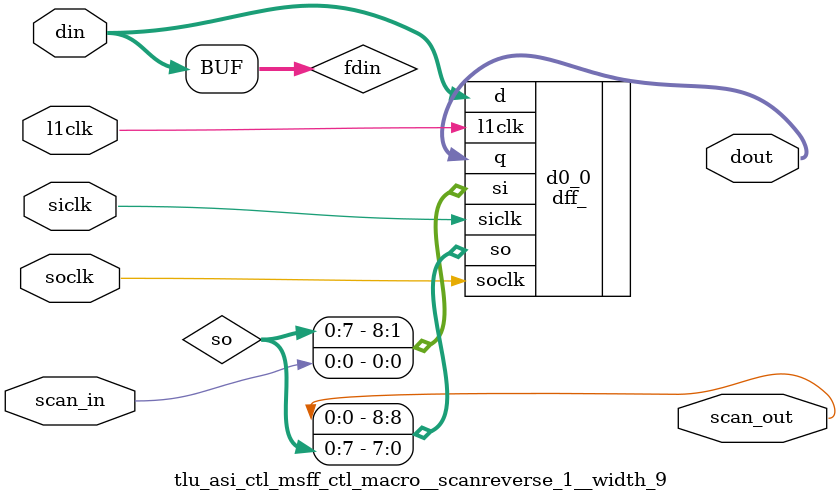
<source format=v>
module  tlu_asi_ctl (
  l2clk, 
  scan_in, 
  tcu_pce_ov, 
  spc_aclk, 
  spc_bclk, 
  tcu_scan_en, 
  spc_aclk_wmr, 
  wmr_scan_in, 
  lsu_asi_clken, 
  lsu_tlu_pmen, 
  mbi_tsa0_write_en, 
  mbi_tsa1_write_en, 
  mbi_tca_write_en, 
  mbi_addr, 
  mbi_run, 
  mbi_wdata, 
  mbi_tsa0_read_en, 
  mbi_tsa1_read_en, 
  mbi_tca_read_en, 
  mbi_tlu_cmpsel, 
  mbd_compare, 
  error_inject_enable, 
  error_inject_tccu, 
  error_inject_tsau, 
  error_inject_mask, 
  lsu_rngf_cdbus, 
  pct0_asi_data, 
  pct1_asi_data, 
  trl0_asi_data, 
  trl1_asi_data, 
  tlu_ceter_pscce, 
  tsd_hpstate_hpriv, 
  tsd_pstate_priv, 
  tsd0_asi_data, 
  tsd1_asi_data, 
  tel0_ecc, 
  tel0_tsac, 
  tel0_tsau, 
  tel1_ecc, 
  tel1_tsac, 
  tel1_tsau, 
  tic_asi_data, 
  cel_ecc, 
  cer_asi_data, 
  cel_tccp, 
  cel_tcup, 
  mmu_asi_data, 
  mmu_asi_read, 
  mmu_asi_cecc, 
  mmu_asi_uecc, 
  dfd_desr_f, 
  dfd_fesr_f, 
  tlu_lsu_clear_ctl_reg_, 
  hver_mask_major_rev, 
  hver_mask_minor_rev, 
  wmr_scan_out, 
  scan_out, 
  asi_error_tccu, 
  asi_error_tsau, 
  asi_error_mask, 
  asi_tsa_rd_addr, 
  asi_tsa_rd_iqr_ecc, 
  asi_tsa_tid, 
  asi_rd_asireg, 
  asi_wr_asireg, 
  asi_rd_tick, 
  asi_wr_tick, 
  asi_rd_pc, 
  asi_wr_set_softint, 
  asi_wr_clear_softint, 
  asi_rd_softint, 
  asi_wr_softint, 
  asi_tca_addr, 
  asi_tca_addr_valid, 
  asi_tca_wr, 
  asi_wr_mondo_head, 
  asi_wr_mondo_tail, 
  asi_wr_device_head, 
  asi_wr_device_tail, 
  asi_wr_res_err_head, 
  asi_wr_res_err_tail, 
  asi_wr_nonres_err_head, 
  asi_wr_nonres_err_tail, 
  asi_rd_iqr_reg, 
  asi_rd_iqr, 
  asi_rd_tpc, 
  asi_wr_tpc, 
  asi_rd_tnpc, 
  asi_wr_tnpc, 
  asi_rd_tstate, 
  asi_wr_tstate, 
  asi_rd_tt, 
  asi_wr_tt, 
  asi_wr_tba, 
  asi_wr_pstate, 
  asi_rd_tl, 
  asi_wr_tl, 
  asi_rd_pil, 
  asi_wr_pil, 
  asi_rd_gl, 
  asi_wr_gl, 
  asi_wr_hpstate, 
  asi_rd_htstate, 
  asi_wr_htstate, 
  asi_rd_hintp, 
  asi_wr_hintp, 
  asi_wr_htba, 
  asi_rd_h_pstate_tba, 
  asi_rd_tba_htba, 
  asi_rd_pstate_hpstate, 
  asi_preempt_trap, 
  asi_preempt_done_retry, 
  asi_rmw_tsa, 
  asi_wr_int_rec, 
  asi_wr_any_int_rec, 
  asi_rd_inc_vec_2, 
  asi_int_rec_mux_sel_in, 
  asi_rd_int_rec, 
  asi_rd_inc_vec, 
  asi_check_qr_exc, 
  asi_tca_wr_data_63, 
  asi_wr_data_0, 
  asi_wr_data_1, 
  asi_tsd0_wr_data_12, 
  asi_tsd0_wr_data_10_08, 
  asi_tsd0_wr_data_05_00, 
  asi_tsd1_wr_data_12, 
  asi_tsd1_wr_data_10_08, 
  asi_tsd1_wr_data_05_00, 
  asi_tsa_wr_data, 
  asi_tsa_wr_data_npc_oor_va, 
  asi_tsa_wr_data_npc_nonseq, 
  asi_rd_cerer, 
  asi_rd_ceter, 
  asi_wr_cerer, 
  asi_ceter_tid, 
  asi_wr_ceter, 
  asi_rd_tid, 
  asi_rd_isfsr, 
  asi_rd_dsfsr, 
  asi_rd_dsfar, 
  asi_rd_desr, 
  asi_rd_fesr, 
  asi_wr_isfsr, 
  asi_wr_dsfsr, 
  asi_wr_dsfar, 
  asi_rd_iaw, 
  asi_wr_iaw, 
  asi_decr, 
  asi_ece_exc, 
  asi_eue_exc, 
  asi_ecc_tid, 
  asi_tsac, 
  asi_tsau, 
  asi_tsacu, 
  asi_tsacu_tid, 
  asi_irl_cleared, 
  asi_rd_stage_1, 
  asi_trl_pstate_en, 
  asi_stg1_en, 
  asi_mbist_ecc_in, 
  asi_mbist_tsa_ecc_in, 
  asi_mbist_run, 
  asi_mbist_cmpsel, 
  asi_mbd_compare_data, 
  asi_mbd_sel_tsd0, 
  asi_mbd_sel_tsd1, 
  asi_mbd_sel_tic, 
  asi_mbist_addr, 
  asi_mbist_tsa_rd_en, 
  asi_mbist_tsa_wr_en, 
  asi_mbist_tel_en, 
  asi_tccup_in, 
  asi_tccud_in, 
  asi_immu_enable, 
  asi_spec_enable, 
  asi_halt, 
  asi_clear_spu_trap_req, 
  tlu_spec_enable, 
  tlu_tca_tid, 
  tlu_tca_index, 
  tlu_mbi_tsa0_fail, 
  tlu_mbi_tsa1_fail, 
  tlu_mbi_tca_fail, 
  tlu_rngf_cdbus, 
  tlu_rngf_cdbus_error);
wire pce_ov;
wire stop;
wire siclk;
wire soclk;
wire se;
wire l1clk;
wire pmen_lat_scanin;
wire pmen_lat_scanout;
wire pmen;
wire stg1_en_in;
wire stg1_en_lat_scanin;
wire stg1_en_lat_scanout;
wire stg1_en;
wire stg2_en_in;
wire stg2_en;
wire stg2_en_lat_scanin;
wire stg2_en_lat_scanout;
wire stg3_en_lat_scanin;
wire stg3_en_lat_scanout;
wire stg3_en;
wire stg4_en_lat_scanin;
wire stg4_en_lat_scanout;
wire pstg4_en;
wire stg4_en;
wire [64:0] data_4;
wire pm1_en;
wire mbist_run;
wire l1clk_pm1;
wire pm2_en;
wire l1clk_pm2;
wire mbist_run_lat_scanin;
wire mbist_run_lat_scanout;
wire mbist_tsa0_write_lat_scanin;
wire mbist_tsa0_write_lat_scanout;
wire mbist_tsa0_wr_en;
wire mbist_tsa1_write_lat_scanin;
wire mbist_tsa1_write_lat_scanout;
wire mbist_tsa1_wr_en;
wire mbist_tca_write_lat_scanin;
wire mbist_tca_write_lat_scanout;
wire mbist_tca_wr_en;
wire mbist_addr_lat_scanin;
wire mbist_addr_lat_scanout;
wire [4:0] mbist_addr;
wire [7:0] mbist_wdata;
wire [63:0] data_1;
wire mbist_tsa0_read_lat_scanin;
wire mbist_tsa0_read_lat_scanout;
wire mbist_tsa0_rd_en;
wire mbist_tsa1_read_lat_scanin;
wire mbist_tsa1_read_lat_scanout;
wire mbist_tsa1_rd_en;
wire mbist_tca_read_lat_scanin;
wire mbist_tca_read_lat_scanout;
wire mbist_tca_rd_en;
wire mbist_cmpsel_lat_scanin;
wire mbist_cmpsel_lat_scanout;
wire [3:0] mbist_cmpsel;
wire [7:0] mbist_wdata_2;
wire mbist_tsa1_rd_en_2;
wire mbist_tsa0_rd_en_2;
wire mbist_addr_2_lat_scanin;
wire mbist_addr_2_lat_scanout;
wire [4:0] mbist_addr_2;
wire mbist_tsa0_read_2_lat_scanin;
wire mbist_tsa0_read_2_lat_scanout;
wire mbist_tsa1_read_2_lat_scanin;
wire mbist_tsa1_read_2_lat_scanout;
wire mbist_tca_read_2_lat_scanin;
wire mbist_tca_read_2_lat_scanout;
wire mbist_tca_rd_en_2;
wire mbist_cmpsel_2_lat_scanin;
wire mbist_cmpsel_2_lat_scanout;
wire [3:0] mbist_cmpsel_2;
wire mbist_wdata_2_lat_scanin;
wire mbist_wdata_2_lat_scanout;
wire mbist_tsa0_read_3_lat_scanin;
wire mbist_tsa0_read_3_lat_scanout;
wire mbist_tsa0_rd_en_3;
wire mbist_tsa1_read_3_lat_scanin;
wire mbist_tsa1_read_3_lat_scanout;
wire mbist_tsa1_rd_en_3;
wire mbist_tca_read_3_lat_scanin;
wire mbist_tca_read_3_lat_scanout;
wire mbist_tca_rd_en_3;
wire mbist_wdata_3_lat_scanin;
wire mbist_wdata_3_lat_scanout;
wire [7:0] mbist_wdata_3;
wire rd_tsa_pc_2;
wire rd_tsa_nopc_2;
wire rd_tsa_ecc_2;
wire rd_tsa_pc_3;
wire rd_tsa_nopc_3;
wire rd_tsa_ecc_3;
wire wr_tsa_2;
wire wr_tsa_3;
wire mbist_tsa0_read_4_lat_scanin;
wire mbist_tsa0_read_4_lat_scanout;
wire mbist_tsa0_rd_en_4;
wire mbist_tsa1_read_4_lat_scanin;
wire mbist_tsa1_read_4_lat_scanout;
wire mbist_tsa1_rd_en_4;
wire [7:0] compare_data_in;
wire mbist_tsa_3;
wire compare_data_lat_scanin;
wire compare_data_lat_scanout;
wire [7:0] compare_data;
wire tsa0_fail_in;
wire tsa1_fail_in;
wire tca_fail_in;
wire tsa0_fail_lat_scanin;
wire tsa0_fail_lat_scanout;
wire tsa0_fail;
wire tsa1_fail_lat_scanin;
wire tsa1_fail_lat_scanout;
wire tsa1_fail;
wire tca_fail_lat_scanin;
wire tca_fail_lat_scanout;
wire tca_fail;
wire compare_lat_scanin;
wire compare_lat_scanout;
wire compare;
wire ctl_0;
wire [63:48] data_0;
wire data_0_59_unused;
wire data_0_57_unused;
wire data_0_56_unused;
wire asi_0;
wire pr_0;
wire hpr_0;
wire pr_tstack_0;
wire wr_gl_0;
wire htstate_0;
wire asi_25_0;
wire tsa_diag_0;
wire [1:0] preempt_done_retry_in;
wire [1:0] preempt_trap_in;
wire wr_gl_2;
wire [63:0] data_2;
wire preempt_trap_lat_scanin;
wire preempt_trap_lat_scanout;
wire [1:0] preempt_trap;
wire [1:0] preempt_done_retry;
wire sel_lsu;
wire rd_clesr;
wire rd_clfesr;
wire [63:0] clesr_data;
wire [63:0] clfesr_in;
wire [63:48] clfesr_data;
wire clfesr_lat_wmr_scanin;
wire clfesr_lat_wmr_scanout;
wire [63:0] data_1_in;
wire rng_stg1_data_scanin;
wire rng_stg1_data_scanout;
wire ctl_1_lat_scanin;
wire ctl_1_lat_scanout;
wire ctl_1;
wire rd_stage_1;
wire hpstatehpriv_lat_scanin;
wire hpstatehpriv_lat_scanout;
wire [7:0] hpstatehpriv;
wire pstatepriv_lat_scanin;
wire pstatepriv_lat_scanout;
wire [7:0] pstatepriv;
wire hpstate_hpriv;
wire [7:0] rd_tid_dec;
wire pstate_priv;
wire asi;
wire asr;
wire pr;
wire hpr;
wire asi_2;
wire ctl_2;
wire asr_2;
wire pr_2;
wire hpr_2;
wire fast_asi;
wire superfast_hpr_2;
wire mondo_head;
wire rd_mondo_head;
wire wr_mondo_head;
wire mondo_tail;
wire rd_mondo_tail;
wire wr_mondo_tail;
wire device_head;
wire rd_device_head;
wire wr_device_head;
wire device_tail;
wire rd_device_tail;
wire wr_device_tail;
wire res_err_head;
wire rd_res_err_head;
wire wr_res_err_head;
wire res_err_tail;
wire rd_res_err_tail;
wire wr_res_err_tail;
wire nonres_err_head;
wire rd_nonres_err_head;
wire wr_nonres_err_head;
wire nonres_err_tail;
wire rd_nonres_err_tail;
wire wr_nonres_err_tail;
wire lsu_ctl;
wire wr_lsu_ctl;
wire decr;
wire rd_decr;
wire wr_decr;
wire esr;
wire desr;
wire rd_desr;
wire fesr;
wire rd_fesr;
wire clesr;
wire clfesr;
wire cerer;
wire rd_cerer;
wire wr_cerer;
wire ceter;
wire rd_ceter;
wire wr_ceter;
wire isfsr;
wire rd_isfsr;
wire wr_isfsr;
wire iaw_2;
wire rd_iaw_2;
wire wr_iaw_2;
wire dsfsr;
wire rd_dsfsr;
wire wr_dsfsr;
wire dsfar;
wire rd_dsfar;
wire wr_dsfar;
wire tca_diag;
wire rd_tca_ecc;
wire rd_tca_data;
wire tsa_diag;
wire rd_tsa_ecc;
wire int_rec;
wire rd_int_rec;
wire wr_int_rec;
wire inc_vec;
wire rd_inc_vec;
wire asireg_2;
wire rd_asireg_2;
wire wr_asireg_2;
wire tick;
wire rd_tick;
wire tick_npt_1_;
wire priv_action;
wire wr_tick;
wire [7:0] tick_npt_;
wire pc_2;
wire rd_pc_2;
wire set_softint;
wire wr_set_softint;
wire clear_softint;
wire wr_clear_softint;
wire softint;
wire rd_softint;
wire wr_softint;
wire tick_cmpr;
wire rd_tick_cmpr;
wire wr_tick_cmpr;
wire stick_cmpr;
wire rd_stick_cmpr;
wire wr_stick_cmpr;
wire tpc;
wire rd_tpc;
wire wr_tpc;
wire tnpc;
wire rd_tnpc;
wire wr_tnpc;
wire tstate;
wire rd_tstate;
wire wr_tstate;
wire tt;
wire rd_tt;
wire wr_tt;
wire tba_2;
wire rd_tba_2;
wire wr_tba_2;
wire pstate;
wire wr_pstate;
wire pstate_2;
wire rd_pstate_2;
wire tl;
wire rd_tl;
wire wr_tl;
wire pil;
wire rd_pil;
wire wr_pil;
wire gl;
wire rd_gl;
wire wr_gl;
wire hpstate;
wire wr_hpstate;
wire hpstate_2;
wire rd_hpstate_2;
wire htstate;
wire rd_htstate;
wire wr_htstate;
wire hintp;
wire rd_hintp;
wire wr_hintp;
wire htba_2;
wire rd_htba_2;
wire wr_htba_2;
wire hver;
wire rd_hver;
wire rd_halt;
wire wr_halt;
wire hstick_cmpr;
wire rd_hstick_cmpr;
wire wr_hstick_cmpr;
wire fast_tsa_rd_iqr;
wire fast_rd_tsa_ecc;
wire fast_tsa_rd_iqr_res_nonres;
wire rd_tca;
wire wr_tca;
wire [4:3] tca_rd_addr;
wire [4:0] tca_addr;
wire wr_hstick_cmpr_2;
wire wr_stick_cmpr_2;
wire wr_tca_2;
wire rd_tsa_nopc;
wire rd_tsa_pc;
wire wr_tstate_2;
wire wr_tt_2;
wire wr_htstate_2;
wire wr_mondo_head_2;
wire wr_mondo_tail_2;
wire wr_device_head_2;
wire wr_device_tail_2;
wire wr_res_err_head_2;
wire wr_res_err_tail_2;
wire wr_nonres_err_head_2;
wire wr_nonres_err_tail_2;
wire wr_tpc_2;
wire wr_tnpc_2;
wire wr_tstate_3;
wire wr_tt_3;
wire wr_htstate_3;
wire wr_mondo_head_3;
wire wr_mondo_tail_3;
wire wr_device_head_3;
wire wr_device_tail_3;
wire wr_res_err_head_3;
wire wr_res_err_tail_3;
wire wr_nonres_err_head_3;
wire wr_nonres_err_tail_3;
wire wr_tpc_3;
wire wr_tnpc_3;
wire [2:0] rd_iqr_2;
wire rd_device_head_2;
wire rd_nonres_err_head_2;
wire rd_mondo_tail_2;
wire rd_res_err_tail_2;
wire rd_device_tail_2;
wire rd_nonres_err_tail_2;
wire rd_iqr_reg_2;
wire rd_res_err_head_2;
wire rd_mondo_head_2;
wire rd_tpc_2;
wire rd_tnpc_2;
wire rd_tstate_2;
wire rd_tt_2;
wire rd_htstate_2;
wire rd_cerer_2;
wire rd_ceter_2;
wire rd_inc_vec_2;
wire [7:0] wr_tid_dec;
wire rd_tick_3;
wire rd_cth;
wire rd_trl;
wire rd_tic;
wire rd_tsd_2;
wire rd_tba_htba_2;
wire [1:0] rmw_tsa_in;
wire [63:0] hver_value;
wire [63:0] tic_ecc;
wire [63:0] data_err_1;
wire [63:0] decr_data;
wire [63:46] decr_reg;
wire [63:0] dsfar_data;
wire [63:0] fesr_data;
wire [63:0] desr_data;
wire [63:0] isfsr_data;
wire [63:0] dsfsr_data;
wire sel_data1;
wire rd_hver_2;
wire rd_cth_2;
wire rd_tca_ecc_2;
wire rd_tca_data_2;
wire rd_desr_2;
wire rd_fesr_2;
wire rd_dsfar_2;
wire rd_isfsr_2;
wire rd_dsfsr_2;
wire rd_decr_2;
wire [63:0] data_2_in;
wire [64:0] tic_data;
wire stg2_data_lat_scanin;
wire stg2_data_lat_scanout;
wire stg2_ctl_lat_scanin;
wire stg2_ctl_lat_scanout;
wire rd_tic_2;
wire rd_tick_2;
wire rd_softint_2;
wire rd_tl_2;
wire rd_gl_2;
wire rd_pil_2;
wire rd_hintp_2;
wire rd_trl_2;
wire wr_int_rec_2;
wire wr_tick_2;
wire wr_set_softint_2;
wire wr_clear_softint_2;
wire wr_softint_2;
wire wr_pstate_2;
wire wr_tl_2;
wire wr_pil_2;
wire wr_hpstate_2;
wire wr_hintp_2;
wire wr_cerer_2;
wire wr_ceter_2;
wire wr_isfsr_2;
wire wr_dsfsr_2;
wire wr_dsfar_2;
wire wr_decr_2;
wire wr_lsu_ctl_2;
wire wr_tid_dec_lat_scanin;
wire wr_tid_dec_lat_scanout;
wire [47:0] mbist_tsa_wdata;
wire irl_any_cleared_in;
wire irl_any_cleared_lat_scanin;
wire irl_any_cleared_lat_scanout;
wire irl_any_cleared;
wire [7:0] tid_dec_3;
wire [64:0] data_3;
wire [7:0] tick_npt_in_;
wire tick_npt_inv_lat_scanin;
wire tick_npt_inv_lat_scanout;
wire tick_npt_2_;
wire tick_npt_3_inv_lat_scanin;
wire tick_npt_3_inv_lat_scanout;
wire tick_npt_3_;
wire [63:46] decr_reg_in;
wire decr_lat_scanin;
wire decr_lat_scanout;
wire rd_pct_2;
wire [64:0] trl_data;
wire [64:0] tsd_data;
wire [64:0] tba_htba_data;
wire [64:0] tsa_nopc_data;
wire [64:0] tsa_pc_data;
wire [64:0] tsa_ecc_data;
wire [64:0] tic_data_for_3;
wire [64:0] tick_data;
wire [64:0] pct_data;
wire [64:0] rngf_cdbus_2;
wire no_rd_3;
wire rd_trl_3;
wire rd_tsd_3;
wire rd_tba_htba_3;
wire rd_tic_3;
wire rd_pct_3;
wire [64:0] data_3_in;
wire rd_tca_diag_2;
wire rng_stg3_scanin;
wire rng_stg3_scanout;
wire tsa_wr_lat_scanin;
wire tsa_wr_lat_scanout;
wire rd_tca_diag_3;
wire wr_iqr_3;
wire check_ecc;
wire tsacu_in;
wire kill_write_if_error_in;
wire ecc_lat_scanin;
wire ecc_lat_scanout;
wire ptsacu;
wire kill_write_if_error;
wire tsac;
wire tsau;
wire tca_rd_addr_2_lat_scanin;
wire tca_rd_addr_2_lat_scanout;
wire [4:3] tca_rd_addr_2;
wire tca_rd_addr_3_lat_scanin;
wire tca_rd_addr_3_lat_scanout;
wire [4:3] tca_rd_addr_3;
wire tca_rd_addr_4_lat_scanin;
wire tca_rd_addr_4_lat_scanout;
wire [4:3] tca_rd_addr_4;
wire [64:0] rngf_cdbus_3;
wire [64:0] data_4_in;
wire error_4_in;
wire rng_stg4_scanin;
wire rng_stg4_scanout;
wire error_4_lat_scanin;
wire error_4_lat_scanout;
wire error_4;
wire [3:0] check_qr_exc_in;
wire check_qr_exc_lat_scanin;
wire check_qr_exc_lat_scanout;
wire [3:0] check_qr_exc;
wire error_inject_lat_scanin;
wire error_inject_lat_scanout;
wire error_enable;
wire error_tccu;
wire error_tsau;
wire [7:0] error_mask;
wire [7:0] write_lsu_ctl;
wire [7:0] hold_lsu_ctl;
wire [7:0] spec_enable_in;
wire [7:0] spec_enable;
wire spec_enable_lat_scanin;
wire spec_enable_lat_scanout;
wire [7:0] immu_enable_in;
wire [7:0] immu_enable;
wire immu_enable_lat_scanin;
wire immu_enable_lat_scanout;
wire spares_scanin;
wire spares_scanout;
wire rd_halt_2;
wire wr_halt_2;
wire [6:0] unused;




input		l2clk;
input		scan_in;
input		tcu_pce_ov;
input		spc_aclk;
input		spc_bclk;
input		tcu_scan_en;

input 		spc_aclk_wmr;		// Warm reset (non)scan
input		wmr_scan_in;

input		lsu_asi_clken;		// Power management
input		lsu_tlu_pmen;		// Power management

// MBIST
input		mbi_tsa0_write_en;	// MBIST write control
input		mbi_tsa1_write_en;	// MBIST write control
input		mbi_tca_write_en;	// MBIST write control
input	[4:0]	mbi_addr;		// 32 entry addressability for MBIST
input		mbi_run;		// Select MBIST controls
input	[7:0]	mbi_wdata;		// MBIST write data
input		mbi_tsa0_read_en;	// MBIST read control
input		mbi_tsa1_read_en;	// MBIST read control
input		mbi_tca_read_en;	// MBIST read control
input	[3:0]	mbi_tlu_cmpsel;		// Mux (NPE) between 32 bit chunks 
input		mbd_compare;

input		error_inject_enable;
input		error_inject_tccu;
input		error_inject_tsau;
input	[7:0]	error_inject_mask;

input 	[64:0]	lsu_rngf_cdbus; 	// control/data bus from lsu

input	[48:2]	pct0_asi_data;
input	[48:2]	pct1_asi_data;

input   [16:0]	trl0_asi_data;
input   [16:0]	trl1_asi_data;

input	[7:0]	tlu_ceter_pscce;

input	[7:0]	tsd_hpstate_hpriv;
input	[7:0]	tsd_pstate_priv;
input	[1:0]	tsd0_asi_data;
input	[1:0]	tsd1_asi_data;
input	[15:0]	tel0_ecc;
input		tel0_tsac;
input		tel0_tsau;
input	[15:0]	tel1_ecc;
input		tel1_tsac;
input		tel1_tsau;

input 	[63:0]	tic_asi_data;
input	[7:0] cel_ecc;

input	[63:0]	cer_asi_data;

input		cel_tccp;
input		cel_tcup;

input	[64:0]	mmu_asi_data;		// ASI read data for fast bus
input		mmu_asi_read;		// Valid for MMU ASI read
input		mmu_asi_cecc;		// Correctable ECC error (stg 4)
input		mmu_asi_uecc;		// Uncorrectable ECC error (stg 4)

input	[7:0]	dfd_desr_f;
input	[7:0]	dfd_fesr_f;

input 	[7:0]	tlu_lsu_clear_ctl_reg_;

input	[3:0]	hver_mask_major_rev;	// An input to asi
input	[3:0]	hver_mask_minor_rev;	// An input to spc



output		wmr_scan_out;

output		scan_out;

output		asi_error_tccu;
output		asi_error_tsau;
output	[7:0]	asi_error_mask;

output	[4:0]	asi_tsa_rd_addr;
output		asi_tsa_rd_iqr_ecc;
output	[1:0]	asi_tsa_tid;
output	[7:0]	asi_rd_asireg;		
output	[7:0]	asi_wr_asireg;		
output		asi_rd_tick;		
output		asi_wr_tick;		
output	[7:0]	asi_rd_pc;
output	[7:0]	asi_wr_set_softint;
output	[7:0]	asi_wr_clear_softint;
output	[7:0]	asi_rd_softint;
output	[7:0]	asi_wr_softint;
output	[4:0]	asi_tca_addr;		// Used for [H][S]TICK_CMPR
output		asi_tca_addr_valid;
output		asi_tca_wr;
output	[1:0]	asi_wr_mondo_head;
output	[1:0]	asi_wr_mondo_tail;
output	[1:0]	asi_wr_device_head;
output	[1:0]	asi_wr_device_tail;
output	[1:0]	asi_wr_res_err_head;
output	[1:0]	asi_wr_res_err_tail;
output	[1:0]	asi_wr_nonres_err_head;
output	[1:0]	asi_wr_nonres_err_tail;
output	[1:0]	asi_rd_iqr_reg;
output	[2:0]	asi_rd_iqr;		// Read any interrupt queue reg
output	[1:0]	asi_rd_tpc;		// encoded TID for IQR read
output	[1:0]	asi_wr_tpc;
output	[1:0]	asi_rd_tnpc;
output	[1:0]	asi_wr_tnpc;
output	[1:0]	asi_rd_tstate;
output	[1:0]	asi_wr_tstate;
output	[1:0]	asi_rd_tt;
output	[1:0]	asi_wr_tt;
output	[7:0]	asi_wr_tba;
output	[7:0]	asi_wr_pstate;
output	[7:0]	asi_rd_tl;
output	[7:0]	asi_wr_tl;
output	[7:0]	asi_rd_pil;
output	[7:0]	asi_wr_pil;
output	[7:0]	asi_rd_gl;
output	[7:0]	asi_wr_gl;
output	[7:0]	asi_wr_hpstate;
output	[1:0]	asi_rd_htstate;
output	[1:0]	asi_wr_htstate;
output	[7:0]	asi_rd_hintp;
output	[7:0]	asi_wr_hintp;
output	[7:0]	asi_wr_htba;
output	[2:0]	asi_rd_h_pstate_tba;
output	[1:0]	asi_rd_tba_htba;
output	[1:0]	asi_rd_pstate_hpstate;
output  [1:0]	asi_preempt_trap;
output  [1:0]	asi_preempt_done_retry;
output	[1:0]	asi_rmw_tsa;

output	[7:0]	asi_wr_int_rec;		// Write Interrupt Receive Register
output		asi_wr_any_int_rec;	// Write any Interrupt Receive Register
output 	[7:0]	asi_rd_inc_vec_2;	// Update Interrupt Vector  Register
output 	[2:0]	asi_int_rec_mux_sel_in;
output 		asi_rd_int_rec;		// Read for any thread
output 		asi_rd_inc_vec;		// Read for any thread

output 	[7:0]	asi_check_qr_exc;	// Check for Interrupt Queue Register
					// head vs. tail mismatch

output		asi_tca_wr_data_63;	// stored negative active
output	[63:0] asi_wr_data_0;		// data to write
output	[62:0] asi_wr_data_1;		// data to write
output 		asi_tsd0_wr_data_12;
output 	[10:8]	asi_tsd0_wr_data_10_08;
output 	[5:0]	asi_tsd0_wr_data_05_00;
output 		asi_tsd1_wr_data_12;
output 	[10:8]	asi_tsd1_wr_data_10_08;
output 	[5:0]	asi_tsd1_wr_data_05_00;
output	[47:0] asi_tsa_wr_data;
output		asi_tsa_wr_data_npc_oor_va;
output		asi_tsa_wr_data_npc_nonseq;

output		asi_rd_cerer;
output		asi_rd_ceter;
output		asi_wr_cerer;
output	[2:0]	asi_ceter_tid;
output		asi_wr_ceter;

output	[2:0]	asi_rd_tid;
output		asi_rd_isfsr;
output		asi_rd_dsfsr;
output		asi_rd_dsfar;
output		asi_rd_desr;
output		asi_rd_fesr;
output	[7:0]	asi_wr_isfsr;
output	[7:0]	asi_wr_dsfsr;
output	[7:0]	asi_wr_dsfar;

output		asi_rd_iaw;
output	[1:0]	asi_wr_iaw;

output	[63:46]	asi_decr;

output		asi_ece_exc;		// Correctable ECC error on ASI rd/wr
output		asi_eue_exc;		// Uncorrectable ECC error on ASI rd/wr
output	[2:0]	asi_ecc_tid;		// TID for ECC error

output		asi_tsac;		// For DSFSR
output		asi_tsau;		
output	[1:0]	asi_tsacu;		// For killing TSA writes
output	[2:0]	asi_tsacu_tid;		

output	[7:0] asi_irl_cleared;	// Int_Received Reg had bits cleared

output		asi_rd_stage_1;		// Power management:  read in stage 1
output	[1:0]	asi_trl_pstate_en;	// Power management:  h/pstate flop
output		asi_stg1_en;		// Power management:  TCA wr data flop

output	[7:0]	asi_mbist_ecc_in;	// MBIST
output	[7:0]	asi_mbist_tsa_ecc_in;	// MBIST
output		asi_mbist_run;		// MBIST
output	[3:0]	asi_mbist_cmpsel;	// MBIST
output	[7:0]	asi_mbd_compare_data;	// MBIST
output		asi_mbd_sel_tsd0;	// MBIST
output		asi_mbd_sel_tsd1;	// MBIST
output		asi_mbd_sel_tic;	// MBIST
output	[4:0]	asi_mbist_addr;		// MBIST
output	[1:0]	asi_mbist_tsa_rd_en;	// MBIST
output	[1:0]	asi_mbist_tsa_wr_en;	// MBIST
output	[1:0]	asi_mbist_tel_en;	// MBIST

output		asi_tccup_in;
output		asi_tccud_in;

output	[7:0]	asi_immu_enable;
output	[7:0]	asi_spec_enable;

output	[7:0]	asi_halt;		
output	[7:0]	asi_clear_spu_trap_req;	

output	[7:0]	tlu_spec_enable;

output	[2:0]	tlu_tca_tid;		
output	[1:0]	tlu_tca_index;		// Index for precise TCA errors

output		tlu_mbi_tsa0_fail;	// MBIST
output		tlu_mbi_tsa1_fail;	// MBIST
output		tlu_mbi_tca_fail;	// MBIST

output	[64:0]	tlu_rngf_cdbus;		// 65 bit control/data bus 
					// 64    - ctl/data
					// 63    - valid/hole
					// 62    - ack
					// 61:60 - 00-ASI, 01-ASR, 10-PR,11-HPR
					// 59    - rd/wrx
					// 58:56 - Thread ID
					// 55:48 - ASI field
					// 47:0  - Virtual Address
output 		tlu_rngf_cdbus_error;



//////////////////////////////////////////////////////////////////////

assign pce_ov	= tcu_pce_ov;
assign stop	= 1'b0;
assign siclk	= spc_aclk;
assign soclk	= spc_bclk;
assign se       = tcu_scan_en;


tlu_asi_ctl_l1clkhdr_ctl_macro free_clken (
	.l2clk	(l2clk),
	.l1en 	(1'b1 ),
	.l1clk	(l1clk),
  .pce_ov(pce_ov),
  .stop(stop),
  .se(se)
);



//////////////////////////////////////////////////////////////////////////////
//
//  Power management
//

tlu_asi_ctl_msff_ctl_macro__width_1 pmen_lat  (
	.scan_in(pmen_lat_scanin),
	.scan_out(pmen_lat_scanout),
	.din	(lsu_tlu_pmen			),
	.dout	(pmen				),
  .l1clk(l1clk),
  .siclk(siclk),
  .soclk(soclk)
);

assign stg1_en_in =
       lsu_asi_clken;

tlu_asi_ctl_msff_ctl_macro__width_1 stg1_en_lat  (
	.scan_in(stg1_en_lat_scanin),
	.scan_out(stg1_en_lat_scanout),
	.din	(stg1_en_in			),
	.dout	(stg1_en			),
  .l1clk(l1clk),
  .siclk(siclk),
  .soclk(soclk)
);

assign asi_stg1_en =
       stg1_en;

assign stg2_en_in =
       (lsu_rngf_cdbus[64] & lsu_rngf_cdbus[63]) | 
       (~lsu_rngf_cdbus[64] & stg2_en) |
       ~pmen;

tlu_asi_ctl_msff_ctl_macro__width_1 stg2_en_lat  (
	.scan_in(stg2_en_lat_scanin),
	.scan_out(stg2_en_lat_scanout),
	.din	(stg2_en_in			),
	.dout	(stg2_en			),
  .l1clk(l1clk),
  .siclk(siclk),
  .soclk(soclk)
);

tlu_asi_ctl_msff_ctl_macro__width_1 stg3_en_lat  (
	.scan_in(stg3_en_lat_scanin),
	.scan_out(stg3_en_lat_scanout),
	.din	(stg2_en			),
	.dout	(stg3_en			),
  .l1clk(l1clk),
  .siclk(siclk),
  .soclk(soclk)
);

tlu_asi_ctl_msff_ctl_macro__width_1 stg4_en_lat  (
	.scan_in(stg4_en_lat_scanin),
	.scan_out(stg4_en_lat_scanout),
	.din	(stg3_en			),
	.dout	(pstg4_en			),
  .l1clk(l1clk),
  .siclk(siclk),
  .soclk(soclk)
);

// data_4[64] added to prevent stopping on control packet on MMU ITLB reload
assign stg4_en =
       pstg4_en | mmu_asi_read | data_4[64];

// Have to enable during mbist because the write data goes through
// the functional path
assign pm1_en =
       stg1_en | stg2_en | stg3_en | stg4_en | mbist_run;

tlu_asi_ctl_l1clkhdr_ctl_macro stg4_clken (
	.l2clk	(l2clk				),
	.l1en	(pm1_en				),
	.l1clk	(l1clk_pm1			),
  .pce_ov(pce_ov),
  .stop(stop),
  .se(se)
);


assign pm2_en =
       mbist_run | ~pmen;

tlu_asi_ctl_l1clkhdr_ctl_macro mbist_clken (
	.l2clk	(l2clk				),
	.l1en	(pm2_en				),
	.l1clk	(l1clk_pm2			),
  .pce_ov(pce_ov),
  .stop(stop),
  .se(se)
);



//////////////////////////////////////////////////////////////////////////////
//
//  MBIST
//

tlu_asi_ctl_msff_ctl_macro__width_1 mbist_run_lat 	(
	.scan_in(mbist_run_lat_scanin),
	.scan_out(mbist_run_lat_scanout),
	.din	(mbi_run			),
	.dout	(mbist_run			),
  .l1clk(l1clk),
  .siclk(siclk),
  .soclk(soclk)
);

assign asi_mbist_run =
       mbist_run;

tlu_asi_ctl_msff_ctl_macro__width_1 mbist_tsa0_write_lat  (
	.scan_in(mbist_tsa0_write_lat_scanin),
	.scan_out(mbist_tsa0_write_lat_scanout),
	.l1clk	(l1clk_pm2			),
	.din	(mbi_tsa0_write_en		),
	.dout	(mbist_tsa0_wr_en		),
  .siclk(siclk),
  .soclk(soclk)
);

tlu_asi_ctl_msff_ctl_macro__width_1 mbist_tsa1_write_lat  (
	.scan_in(mbist_tsa1_write_lat_scanin),
	.scan_out(mbist_tsa1_write_lat_scanout),
	.l1clk	(l1clk_pm2			),
	.din	(mbi_tsa1_write_en		),
	.dout	(mbist_tsa1_wr_en		),
  .siclk(siclk),
  .soclk(soclk)
);

tlu_asi_ctl_msff_ctl_macro__width_1 mbist_tca_write_lat  (
	.scan_in(mbist_tca_write_lat_scanin),
	.scan_out(mbist_tca_write_lat_scanout),
	.l1clk	(l1clk_pm2			),
	.din	(mbi_tca_write_en		),
	.dout	(mbist_tca_wr_en		),
  .siclk(siclk),
  .soclk(soclk)
);

tlu_asi_ctl_msff_ctl_macro__width_5 mbist_addr_lat  (
	.scan_in(mbist_addr_lat_scanin),
	.scan_out(mbist_addr_lat_scanout),
	.l1clk	(l1clk_pm2			),
	.din	(mbi_addr		[4:0]	),
	.dout	(mbist_addr		[4:0]	),
  .siclk(siclk),
  .soclk(soclk)
);

assign mbist_wdata[7:0] =
       data_1[7:0];

tlu_asi_ctl_msff_ctl_macro__width_1 mbist_tsa0_read_lat  (
	.scan_in(mbist_tsa0_read_lat_scanin),
	.scan_out(mbist_tsa0_read_lat_scanout),
	.l1clk	(l1clk_pm2			),
	.din	(mbi_tsa0_read_en		),
	.dout	(mbist_tsa0_rd_en		),
  .siclk(siclk),
  .soclk(soclk)
);

tlu_asi_ctl_msff_ctl_macro__width_1 mbist_tsa1_read_lat  (
	.scan_in(mbist_tsa1_read_lat_scanin),
	.scan_out(mbist_tsa1_read_lat_scanout),
	.l1clk	(l1clk_pm2			),
	.din	(mbi_tsa1_read_en		),
	.dout	(mbist_tsa1_rd_en		),
  .siclk(siclk),
  .soclk(soclk)
);

tlu_asi_ctl_msff_ctl_macro__width_1 mbist_tca_read_lat  (
	.scan_in(mbist_tca_read_lat_scanin),
	.scan_out(mbist_tca_read_lat_scanout),
	.l1clk	(l1clk_pm2			),
	.din	(mbi_tca_read_en		),
	.dout	(mbist_tca_rd_en		),
  .siclk(siclk),
  .soclk(soclk)
);

tlu_asi_ctl_msff_ctl_macro__width_4 mbist_cmpsel_lat  (
	.scan_in(mbist_cmpsel_lat_scanin),
	.scan_out(mbist_cmpsel_lat_scanout),
	.l1clk	(l1clk_pm2			),
	.din	(mbi_tlu_cmpsel		[3:0]	),
	.dout	(mbist_cmpsel		[3:0]	),
  .siclk(siclk),
  .soclk(soclk)
);

assign asi_mbist_ecc_in[7:0] =
       mbist_wdata[7:0] & {8 {mbist_run}};

assign asi_mbist_tsa_ecc_in[7:0] =
       mbist_wdata_2[7:0] & {8 {mbist_run}};

assign asi_mbist_addr[4:0] =
       mbist_addr[4:0];

assign asi_mbist_tsa_rd_en[1:0] =
       {2 {mbist_run}} & {mbist_tsa1_rd_en_2, mbist_tsa0_rd_en_2};

assign asi_mbist_tsa_wr_en[1:0] =
       {2 {mbist_run}} & {mbist_tsa1_wr_en, mbist_tsa0_wr_en};


tlu_asi_ctl_msff_ctl_macro__width_5 mbist_addr_2_lat  (
	.scan_in(mbist_addr_2_lat_scanin),
	.scan_out(mbist_addr_2_lat_scanout),
	.l1clk	(l1clk_pm2			),
	.din	(mbist_addr		[4:0]	),
	.dout	(mbist_addr_2		[4:0]	),
  .siclk(siclk),
  .soclk(soclk)
);


tlu_asi_ctl_msff_ctl_macro__width_1 mbist_tsa0_read_2_lat  (
	.scan_in(mbist_tsa0_read_2_lat_scanin),
	.scan_out(mbist_tsa0_read_2_lat_scanout),
	.l1clk	(l1clk_pm2			),
	.din	(mbist_tsa0_rd_en		),
	.dout	(mbist_tsa0_rd_en_2		),
  .siclk(siclk),
  .soclk(soclk)
);

tlu_asi_ctl_msff_ctl_macro__width_1 mbist_tsa1_read_2_lat  (
	.scan_in(mbist_tsa1_read_2_lat_scanin),
	.scan_out(mbist_tsa1_read_2_lat_scanout),
	.l1clk	(l1clk_pm2			),
	.din	(mbist_tsa1_rd_en		),
	.dout	(mbist_tsa1_rd_en_2		),
  .siclk(siclk),
  .soclk(soclk)
);

tlu_asi_ctl_msff_ctl_macro__width_1 mbist_tca_read_2_lat  (
	.scan_in(mbist_tca_read_2_lat_scanin),
	.scan_out(mbist_tca_read_2_lat_scanout),
	.l1clk	(l1clk_pm2			),
	.din	(mbist_tca_rd_en		),
	.dout	(mbist_tca_rd_en_2		),
  .siclk(siclk),
  .soclk(soclk)
);

tlu_asi_ctl_msff_ctl_macro__width_4 mbist_cmpsel_2_lat  (
	.scan_in(mbist_cmpsel_2_lat_scanin),
	.scan_out(mbist_cmpsel_2_lat_scanout),
	.l1clk	(l1clk_pm2			),
	.din	(mbist_cmpsel		[3:0]	),
	.dout	(mbist_cmpsel_2		[3:0]	),
  .siclk(siclk),
  .soclk(soclk)
);

tlu_asi_ctl_msff_ctl_macro__width_8 mbist_wdata_2_lat  (
	.scan_in(mbist_wdata_2_lat_scanin),
	.scan_out(mbist_wdata_2_lat_scanout),
	.l1clk	(l1clk_pm2			),
	.din	(mbist_wdata		[7:0]	),
	.dout	(mbist_wdata_2		[7:0]	),
  .siclk(siclk),
  .soclk(soclk)
);

assign asi_mbist_cmpsel[3:0] =
       mbist_cmpsel_2[3:0];


tlu_asi_ctl_msff_ctl_macro__width_1 mbist_tsa0_read_3_lat  (
	.scan_in(mbist_tsa0_read_3_lat_scanin),
	.scan_out(mbist_tsa0_read_3_lat_scanout),
	.l1clk	(l1clk_pm2			),
	.din	(mbist_tsa0_rd_en_2		),
	.dout	(mbist_tsa0_rd_en_3		),
  .siclk(siclk),
  .soclk(soclk)
);

tlu_asi_ctl_msff_ctl_macro__width_1 mbist_tsa1_read_3_lat  (
	.scan_in(mbist_tsa1_read_3_lat_scanin),
	.scan_out(mbist_tsa1_read_3_lat_scanout),
	.l1clk	(l1clk_pm2			),
	.din	(mbist_tsa1_rd_en_2		),
	.dout	(mbist_tsa1_rd_en_3		),
  .siclk(siclk),
  .soclk(soclk)
);

tlu_asi_ctl_msff_ctl_macro__width_1 mbist_tca_read_3_lat  (
	.scan_in(mbist_tca_read_3_lat_scanin),
	.scan_out(mbist_tca_read_3_lat_scanout),
	.l1clk	(l1clk_pm2			),
	.din	(mbist_tca_rd_en_2		),
	.dout	(mbist_tca_rd_en_3		),
  .siclk(siclk),
  .soclk(soclk)
);

tlu_asi_ctl_msff_ctl_macro__width_8 mbist_wdata_3_lat  (
	.scan_in(mbist_wdata_3_lat_scanin),
	.scan_out(mbist_wdata_3_lat_scanout),
	.l1clk	(l1clk_pm2			),
	.din	(mbist_wdata_2		[7:0]	),
	.dout	(mbist_wdata_3		[7:0]	),
  .siclk(siclk),
  .soclk(soclk)
);

assign asi_mbist_tel_en[1:0] =
       {mbist_tsa1_rd_en_3, mbist_tsa0_rd_en_3} | 
       {2 {rd_tsa_pc_2 | rd_tsa_nopc_2 | rd_tsa_ecc_2 | 
	   rd_tsa_pc_3 | rd_tsa_nopc_3 | rd_tsa_ecc_3 ||
           wr_tsa_2    | wr_tsa_3 | ~pmen}};

tlu_asi_ctl_msff_ctl_macro__width_1 mbist_tsa0_read_4_lat  (
	.scan_in(mbist_tsa0_read_4_lat_scanin),
	.scan_out(mbist_tsa0_read_4_lat_scanout),
	.l1clk	(l1clk_pm2			),
	.din	(mbist_tsa0_rd_en_3		),
	.dout	(mbist_tsa0_rd_en_4		),
  .siclk(siclk),
  .soclk(soclk)
);

tlu_asi_ctl_msff_ctl_macro__width_1 mbist_tsa1_read_4_lat  (
	.scan_in(mbist_tsa1_read_4_lat_scanin),
	.scan_out(mbist_tsa1_read_4_lat_scanout),
	.l1clk	(l1clk_pm2			),
	.din	(mbist_tsa1_rd_en_3		),
	.dout	(mbist_tsa1_rd_en_4		),
  .siclk(siclk),
  .soclk(soclk)
);

assign compare_data_in[7:0] =
       (mbist_wdata_2[7:0] & {8 {~mbist_tsa_3}}) | 
       (mbist_wdata_3[7:0] & {8 { mbist_tsa_3}}) ;

tlu_asi_ctl_msff_ctl_macro__width_8 compare_data_lat  (
	.scan_in(compare_data_lat_scanin),
	.scan_out(compare_data_lat_scanout),
	.l1clk	(l1clk_pm2			),
	.din	(compare_data_in	[7:0]	),
	.dout	(compare_data 		[7:0]	),
  .siclk(siclk),
  .soclk(soclk)
);

assign asi_mbd_compare_data[7:0] =
       compare_data[7:0];

assign mbist_tsa_3 =
       mbist_tsa0_rd_en_3 | mbist_tsa1_rd_en_3;

assign asi_mbd_sel_tsd0 =
       mbist_tsa0_rd_en_4;

assign asi_mbd_sel_tsd1 =
       mbist_tsa1_rd_en_4;

assign asi_mbd_sel_tic =
       mbist_tca_rd_en_3;


assign tsa0_fail_in =
       mbist_tsa0_rd_en_4;

assign tsa1_fail_in =
       mbist_tsa1_rd_en_4;

assign tca_fail_in =
       mbist_tca_rd_en_3;

tlu_asi_ctl_msff_ctl_macro__width_1 tsa0_fail_lat  (
	.scan_in(tsa0_fail_lat_scanin),
	.scan_out(tsa0_fail_lat_scanout),
	.l1clk	(l1clk_pm2			),
	.din	(tsa0_fail_in			),
	.dout	(tsa0_fail			),
  .siclk(siclk),
  .soclk(soclk)
);

tlu_asi_ctl_msff_ctl_macro__width_1 tsa1_fail_lat  (
	.scan_in(tsa1_fail_lat_scanin),
	.scan_out(tsa1_fail_lat_scanout),
	.l1clk	(l1clk_pm2			),
	.din	(tsa1_fail_in			),
	.dout	(tsa1_fail			),
  .siclk(siclk),
  .soclk(soclk)
);

tlu_asi_ctl_msff_ctl_macro__width_1 tca_fail_lat  (
	.scan_in(tca_fail_lat_scanin),
	.scan_out(tca_fail_lat_scanout),
	.l1clk	(l1clk_pm2			),
	.din	(tca_fail_in			),
	.dout	(tca_fail			),
  .siclk(siclk),
  .soclk(soclk)
);

tlu_asi_ctl_msff_ctl_macro__width_1 compare_lat  (
	.scan_in(compare_lat_scanin),
	.scan_out(compare_lat_scanout),
	.l1clk	(l1clk_pm2			),
	.din	(mbd_compare			),
	.dout	(compare			),
  .siclk(siclk),
  .soclk(soclk)
);

assign tlu_mbi_tsa0_fail =
       tsa0_fail & ~compare;

assign tlu_mbi_tsa1_fail =
       tsa1_fail & ~compare;

assign tlu_mbi_tca_fail =
       tca_fail & ~compare;



//////////////////////////////////////////////////////////////////////////////
//STAGE 0
//////////////////////////////////////////////////////////////////////////////
// Decode preempt_trap/_done_retry so that read controls can go to TSA in 
// cycle 1
// so read can occur in cycle 2
// so ECC error detect can occur in cycle 3
// so packet can transmit in cycle 4

assign ctl_0 =
       lsu_rngf_cdbus[64];

assign data_0[63:48] =
       lsu_rngf_cdbus[63:48];
assign data_0_59_unused =
       data_0[59];
assign data_0_57_unused =
       data_0[57];
assign data_0_56_unused =
       data_0[56];

assign asi_0 = 
	ctl_0 & data_0[63] & ~data_0[62] & (data_0[61:60] == 2'b00);
assign pr_0 = 
	ctl_0 & data_0[63] & ~data_0[62] &  data_0[61] & ~data_0[60];
assign hpr_0 = 
	ctl_0 & data_0[63] & ~data_0[62] & (data_0[61:60] == 2'b11);

// Any PR between 0 and 3 (field is 5 bits)
assign pr_tstack_0 = 
	pr_0 & (data_0[52:50] == 3'b000);

// Note that write to GL must preempt trap because EXU cannot handle 
// multiple GL updates
assign wr_gl_0 = 
	pr_0 & data_0[52] & ~data_0[59];

// HPR is 1, not 0, 3, 5, 6, or 1F
assign htstate_0 = 
	hpr_0 & ~data_0[50] & ~data_0[49] &  data_0[48];

// All queue registers are ASI 25
assign asi_25_0 =
       asi_0 & (data_0[55:48] == 8'h25);

// TSA diagnostic ECC read at ASI 0x5B
assign tsa_diag_0 =
       asi_0 & (data_0[55:48] == 8'h5b);

// The following require access to the trap stack array (TSA)
// Even writes require a read, so block done and retry for both
assign preempt_done_retry_in[1:0] =
       ({2 {pr_tstack_0 | wr_gl_0 | htstate_0 | asi_25_0 | tsa_diag_0}} &
        {data_0[58], ~data_0[58]}) | 
       {2 {mbist_run}};

// Need to preempt traps on writes to GL reg
// but these are held two cycles now so delay by two cycles
assign preempt_trap_in[1:0] =
       {2 {wr_gl_2}} & {data_2[58], ~data_2[58]};

tlu_asi_ctl_msff_ctl_macro__width_4 preempt_trap_lat  (
	.scan_in(preempt_trap_lat_scanin),
	.scan_out(preempt_trap_lat_scanout),
	.din	({preempt_trap_in	[1:0],
		  preempt_done_retry_in	[1:0]}),
	.dout	({preempt_trap		[1:0],
		  preempt_done_retry	[1:0]}),
  .l1clk(l1clk),
  .siclk(siclk),
  .soclk(soclk)
);

assign asi_preempt_trap[1:0] = 
       preempt_trap[1:0];
assign asi_preempt_done_retry[1:0] = 
       preempt_done_retry[1:0];


//
// Handle fatal deferred and disrupting error registers
//

assign sel_lsu =
       ~rd_clesr & ~rd_clfesr;

assign clesr_data[63:0] =
       {dfd_desr_f[7], dfd_fesr_f[7],
	dfd_desr_f[6], dfd_fesr_f[6],
	dfd_desr_f[5], dfd_fesr_f[5],
	dfd_desr_f[4], dfd_fesr_f[4],
	dfd_desr_f[3], dfd_fesr_f[3],
	dfd_desr_f[2], dfd_fesr_f[2],
	dfd_desr_f[1], dfd_fesr_f[1],
	dfd_desr_f[0], dfd_fesr_f[0],
	{48 {1'b0}}};

assign clfesr_in[63:48] =
       ({16 {~(| clfesr_data[63:48])}} & clesr_data [63:48]) |
       ({16 { (| clesr_data [63:48])}} & clfesr_data[63:48]) ;
assign clfesr_in[47:0] =
       {48 {1'b0}};

tlu_asi_ctl_msff_ctl_macro__width_16 clfesr_lat  ( // FS:wmr_protect
	.scan_in(clfesr_lat_wmr_scanin),
	.scan_out(clfesr_lat_wmr_scanout),
	.siclk(spc_aclk_wmr),
	.din	(clfesr_in		[63:48]	),
	.dout	(clfesr_data		[63:48]	),
  .l1clk(l1clk),
  .soclk(soclk)
);


assign data_1_in[63:0] =
       ({64 {mbist_run}} & {8 {mbi_wdata[7:0]}}) |
       ({64 {sel_lsu  & ~mbist_run}} & lsu_rngf_cdbus	[63:0]) |
       ({64 {rd_clesr & ~mbist_run}} & clesr_data	[63:0]) |
       ({64 {rd_clfesr& ~mbist_run}} & clfesr_in	[63:0]) ;


assign asi_int_rec_mux_sel_in[2:0] =
       data_1        [58:56];



/////////////////////////////////////////////////////////////////////
//STAGE 1
/////////////////////////////////////////////////////////////////////
// Stage the packet coming on the ring
// First cycle of the packet holds control and address information
// Second cycle holds the store/load data

tlu_asi_ctl_msff_ctl_macro__width_64 rng_stg1_data  (
	.scan_in(rng_stg1_data_scanin),
	.scan_out(rng_stg1_data_scanout),
	.l1clk	(l1clk_pm1			),
	.din	(data_1_in		[63:0]	), 
	.dout	(data_1			[63:0]	),
  .siclk(siclk),
  .soclk(soclk)
);

// register control bit, bit 64 indicates whether ctl packet or data packet
tlu_asi_ctl_msff_ctl_macro__width_1 ctl_1_lat  (
	.scan_in(ctl_1_lat_scanin),
	.scan_out(ctl_1_lat_scanout),
	.l1clk	(l1clk_pm1			),
	.din	(lsu_rngf_cdbus		[64   ]	),
	.dout	(ctl_1				),
  .siclk(siclk),
  .soclk(soclk)
);

assign rd_stage_1 =
       ctl_1 & data_1[59];

assign asi_rd_stage_1 =
       rd_stage_1;


// decode the packet

tlu_asi_ctl_msff_ctl_macro__width_8 hpstatehpriv_lat  (
	.scan_in(hpstatehpriv_lat_scanin),
	.scan_out(hpstatehpriv_lat_scanout),
	.din	(tsd_hpstate_hpriv	[7:0]	),
	.dout	(hpstatehpriv		[7:0]	),
  .l1clk(l1clk),
  .siclk(siclk),
  .soclk(soclk)
);

tlu_asi_ctl_msff_ctl_macro__width_8 pstatepriv_lat  (
	.scan_in(pstatepriv_lat_scanin),
	.scan_out(pstatepriv_lat_scanout),
	.din	(tsd_pstate_priv	[7:0]	),
	.dout	(pstatepriv		[7:0]	),
  .l1clk(l1clk),
  .siclk(siclk),
  .soclk(soclk)
);

assign hpstate_hpriv = 
       (| (hpstatehpriv[7:0] & rd_tid_dec[7:0]));

assign pstate_priv = 
       (| (pstatepriv[7:0] & rd_tid_dec[7:0])) | hpstate_hpriv;

assign asi = 
	ctl_1 & data_1[63] & ~data_1[62] & (data_1[61:60] == 2'b00);
assign asr = 
	ctl_1 & data_1[63] & ~data_1[62] & (data_1[61:60] == 2'b01);
assign pr = 
	ctl_1 & data_1[63] & ~data_1[62] & (data_1[61:60] == 2'b10);
assign hpr = 
	ctl_1 & data_1[63] & ~data_1[62] & (data_1[61:60] == 2'b11);

assign asi_2 = 
	ctl_2 & data_2[63] & ~data_2[62] & (data_2[61:60] == 2'b00);
assign asr_2 = 
	ctl_2 & data_2[63] & ~data_2[62] & (data_2[61:60] == 2'b01);
assign pr_2 = 
	  ctl_2 & data_2[63] & ~data_2[62] & (data_2[61:60] == 2'b10);
assign hpr_2 = 
	  ctl_2 & data_2[63] & ~data_2[62] & (data_2[61:60] == 2'b11);

assign fast_asi =
       ~data_1[61] & ~data_1[60];	

assign superfast_hpr_2 =
       data_2[60];		

assign mondo_head =
       asi & (data_1[55:48] == 8'h25) & (data_1[5:3] == 3'h0);
assign rd_mondo_head =
       mondo_head &  data_1[59];
assign wr_mondo_head =
       mondo_head & ~data_1[59];

assign mondo_tail =
       asi & (data_1[55:48] == 8'h25) & (data_1[5:3] == 3'h1);
assign rd_mondo_tail =
       mondo_tail &  data_1[59];
assign wr_mondo_tail =
       mondo_tail & ~data_1[59];

assign device_head =
       asi & (data_1[55:48] == 8'h25) & (data_1[5:3] == 3'h2);
assign rd_device_head =
       device_head &  data_1[59];
assign wr_device_head =
       device_head & ~data_1[59];

assign device_tail =
       asi & (data_1[55:48] == 8'h25) & (data_1[5:3] == 3'h3);
assign rd_device_tail =
       device_tail &  data_1[59];
assign wr_device_tail =
       device_tail & ~data_1[59];

assign res_err_head =
       asi & (data_1[55:48] == 8'h25) & (data_1[5:3] == 3'h4);
assign rd_res_err_head =
       res_err_head &  data_1[59];
assign wr_res_err_head =
       res_err_head & ~data_1[59];

assign res_err_tail =
       asi & (data_1[55:48] == 8'h25) & (data_1[5:3] == 3'h5);
assign rd_res_err_tail =
       res_err_tail &  data_1[59];
assign wr_res_err_tail =
       res_err_tail & ~data_1[59];

assign nonres_err_head =
       asi & (data_1[55:48] == 8'h25) & (data_1[5:3] == 3'h6);
assign rd_nonres_err_head =
       nonres_err_head &  data_1[59];
assign wr_nonres_err_head =
       nonres_err_head & ~data_1[59];

assign nonres_err_tail =
       asi & (data_1[55:48] == 8'h25) & (data_1[5:3] == 3'h7);
assign rd_nonres_err_tail =
       nonres_err_tail &  data_1[59];
assign wr_nonres_err_tail =
       nonres_err_tail & ~data_1[59];

// Shadow copy of spec enable and IMMU enable bits in LSU control reg
// Only support write; LSU handles read
assign lsu_ctl = 
       asi & (data_1[55:48] == 8'h45) & ~data_1[4] & ~data_1[3];
assign wr_lsu_ctl =
       lsu_ctl & ~data_1[59];

// DECR (only one per physical core)
assign decr = 
       asi & (data_1[55:48] == 8'h45) & ~data_1[4] & data_1[3];
assign rd_decr =
       decr &  data_1[59];
assign wr_decr =
       decr & ~data_1[59];

// DESR, FESR
assign esr =
       asi & (data_1[55:48] == 8'h4c);
assign desr =
       esr &  (data_1[5:3] == 3'b000);
assign rd_desr =
       desr &  data_1[59];
assign fesr =
       esr &  (data_1[5:3] == 3'b001);
assign rd_fesr =
       fesr &  data_1[59];
assign clesr =
       esr &  (data_1[5:3] == 3'b100);
assign rd_clesr =
       clesr &  data_1[59];
assign clfesr =
       esr &  (data_1[5:3] == 3'b101);
assign rd_clfesr =
       clfesr &  data_1[59];

assign cerer =
       esr & (data_1[5:3] == 3'b010);
assign rd_cerer =
       cerer &  data_1[59];
assign wr_cerer =
       cerer & ~data_1[59];

assign ceter =
       esr & (data_1[5:3] == 3'b011);
assign rd_ceter =
       ceter &  data_1[59];
assign wr_ceter =
       ceter & ~data_1[59];

// ISFSR at 0x50/0x18
// instruction_va_watchpoint at 0x50/0x38
assign isfsr =
       asi & (data_1[55:48] == 8'h50) & (data_1[5:3] == 3'b011);
assign rd_isfsr =
       isfsr &  data_1[59];
assign wr_isfsr =
       isfsr & ~data_1[59];

assign iaw_2 =
       asi_2 & (data_2[55:48] == 8'h50) & (data_2[5:3] == 3'b111);
assign rd_iaw_2 =
       iaw_2 &  data_2[59];
assign wr_iaw_2 =
       iaw_2 & ~data_2[59];

// DSFSR at 0x58/0x18, DSFAR at 0x20
assign dsfsr =
       asi & (data_1[55:48] == 8'h58) & (data_1[5:3] == 3'b011);
assign rd_dsfsr =
       dsfsr &  data_1[59];
assign wr_dsfsr =
       dsfsr & ~data_1[59];
assign dsfar =
       asi & (data_1[55:48] == 8'h58) & (data_1[5:3] == 3'b100);
assign rd_dsfar =
       dsfar &  data_1[59];
assign wr_dsfar =
       dsfar & ~data_1[59];

// Tick compare array ECC / data access at 0x5A/0x00-0x38
assign tca_diag =
       asi & (data_1[55:48] == 8'h5a);
assign rd_tca_ecc =
       tca_diag & ~data_1[5] &  data_1[59];
assign rd_tca_data =
       tca_diag &  data_1[5] &  data_1[59];

// TSA ECC access at 0x5B/0x00-0x18
assign tsa_diag =
       asi & (data_1[55:48] == 8'h5b);
assign rd_tsa_ecc =
       tsa_diag & ~data_1[6] &  data_1[59];

assign int_rec =
       asi & (data_1[55:48] == 8'h72);
assign rd_int_rec =
       int_rec &  data_1[59];
assign wr_int_rec =
       int_rec & ~data_1[59];

assign inc_vec =
       asi & (data_1[55:48] == 8'h74);
assign rd_inc_vec =
       inc_vec &  data_1[59];


assign asireg_2 = 
       asr_2 & (data_2[55:48] == 8'h03);
assign rd_asireg_2 = 
       asireg_2 &  data_2[59];
assign wr_asireg_2 = 
       asireg_2 & ~data_2[59];

// Covers ASR tick, PR tick, and ASR stick
assign tick = 
	((asr | pr) & (data_1[55:48] == 8'h04)) |
	(asr & (data_1[55:48] == 8'h18));
assign rd_tick = 
	tick &  data_1[59] &  (hpstate_hpriv | pstate_priv | tick_npt_1_);
assign priv_action = 
	tick &  data_1[59] & ~(hpstate_hpriv | pstate_priv | tick_npt_1_);
assign wr_tick = 
	tick & ~data_1[59] & hpstate_hpriv;
assign tick_npt_1_ =
       | (tick_npt_[7:0] & rd_tid_dec[7:0]);

assign pc_2 = 
	asr_2 & (data_2[55:48] == 8'h05);
assign rd_pc_2 = 
	pc_2 &  data_2[59];

assign set_softint = 
	asr & (data_1[55:48] == 8'h14);
assign wr_set_softint = 
	set_softint & ~data_1[59];

assign clear_softint = 
	asr & (data_1[55:48] == 8'h15);
assign wr_clear_softint = 
	clear_softint & ~data_1[59];

assign softint = 
	asr & (data_1[55:48] == 8'h16);
assign rd_softint = 
	softint &  data_1[59];
assign wr_softint = 
	softint & ~data_1[59];

assign tick_cmpr = 
	asr & (data_1[55:48] == 8'h17);
assign rd_tick_cmpr = 
	tick_cmpr &  data_1[59];
assign wr_tick_cmpr = 
	tick_cmpr & ~data_1[59];

// ASR stick covered by tick

assign stick_cmpr = 
	asr & (data_1[55:48] == 8'h19);
assign rd_stick_cmpr = 
	stick_cmpr &  data_1[59] & pstate_priv;
assign wr_stick_cmpr = 
	stick_cmpr & ~data_1[59] & pstate_priv;

assign tpc = 
	pr & (data_1[55:48] == 8'h00);
assign rd_tpc = 
	tpc	&  data_1[59];
assign wr_tpc = 
	tpc 	& ~data_1[59];

assign tnpc = 
	pr & (data_1[55:48] == 8'h01);
assign rd_tnpc = 
	tnpc	&  data_1[59];
assign wr_tnpc =
	tnpc 	& ~data_1[59];

assign tstate = 
	pr & (data_1[55:48] == 8'h02);
assign rd_tstate = 
	tstate	&  data_1[59];
assign wr_tstate =
	tstate 	& ~data_1[59];

assign tt = 
	pr & (data_1[55:48] == 8'h03);
assign rd_tt = 
	tt	&  data_1[59];
assign wr_tt =
	tt 	& ~data_1[59];

// tick as PR 0x04 is covered in ASR section

assign tba_2 = 
	pr_2 & (data_2[55:48] == 8'h05);
assign rd_tba_2 = 
	tba_2	&  data_2[59];
assign wr_tba_2 =
	tba_2 	& ~data_2[59];

assign pstate = 
	pr & (data_1[55:48] == 8'h06);
assign wr_pstate = 
	pstate & ~data_1[59];
assign pstate_2 = 
	pr_2 & (data_2[55:48] == 8'h06);
assign rd_pstate_2 = 
	pstate_2 &  data_2[59];

assign tl = 
	pr & (data_1[55:48] == 8'h07);
assign rd_tl = 
	tl	&  data_1[59];
assign wr_tl = 
	tl	& ~data_1[59];

assign pil = 
	pr & (data_1[55:48] == 8'h08);
assign rd_pil = 
	pil	&  data_1[59];
assign wr_pil = 
	pil	& ~data_1[59];

assign gl = 
	pr & (data_1[55:48] == 8'h10);
assign rd_gl = 
	gl	&  data_1[59];
assign wr_gl = 
	gl	& ~data_1[59];

assign hpstate = 
	hpr & (data_1[55:48] == 8'h00);
assign wr_hpstate = 
	hpstate & ~data_1[59];
assign hpstate_2 = 
	hpr_2 & (data_2[55:48] == 8'h00);
assign rd_hpstate_2 = 
	hpstate_2 &  data_2[59];

assign htstate = 
	hpr & (data_1[55:48] == 8'h01);
assign rd_htstate = 
	htstate &  data_1[59];
assign wr_htstate = 
	htstate & ~data_1[59];

assign hintp = 
	hpr & (data_1[55:48] == 8'h03);
assign rd_hintp = 
	hintp &  data_1[59];
assign wr_hintp = 
	hintp & ~data_1[59];

assign htba_2 = 
	hpr_2 & (data_2[55:48] == 8'h05);
assign rd_htba_2 = 
	htba_2 &  data_2[59];
assign wr_htba_2 = 
	htba_2 & ~data_2[59];

assign hver = 
	hpr & (data_1[55:48] == 8'h06);
assign rd_hver = 
	hver &  data_1[59];

assign rd_halt = 
	hpr & (data_1[55:48] == 8'h1e) &  data_1[59];
assign wr_halt = 
	hpr & (data_1[55:48] == 8'h1e) & ~data_1[59];

assign hstick_cmpr = 
	hpr & (data_1[55:48] == 8'h1f);
assign rd_hstick_cmpr = 
	hstick_cmpr &  data_1[59];
assign wr_hstick_cmpr = 
	hstick_cmpr & ~data_1[59];


// address to send to TSA
assign fast_tsa_rd_iqr =
       fast_asi &  data_1[48];
assign fast_rd_tsa_ecc =
       fast_asi & ~data_1[48];
 
assign fast_tsa_rd_iqr_res_nonres =
       fast_tsa_rd_iqr & data_1[5];

assign asi_tsa_rd_iqr_ecc =
       fast_asi | mbist_run;

assign asi_tsa_tid[1:0] =
       data_1[57:56];

assign asi_tsa_rd_addr[4:0] =
       ({5 {~mbist_run}} & 
	{data_1[57:56],
       	 ({3 {fast_tsa_rd_iqr & ~fast_rd_tsa_ecc}} & 3'b110) |
       	 ({3 {fast_tsa_rd_iqr_res_nonres & ~fast_rd_tsa_ecc}} & 3'b111) |
       	 ({3 {                   fast_rd_tsa_ecc}} & data_1[5:3])}) |
       ({5 {mbist_run}} & mbist_addr_2[4:0]) ;


assign rd_tca = 
       rd_tick_cmpr | rd_stick_cmpr | rd_hstick_cmpr | rd_tca_ecc | rd_tca_data;
assign wr_tca = 
       wr_tick_cmpr | wr_stick_cmpr | wr_hstick_cmpr;

// Hold TCA read address for RAS
assign tca_rd_addr[4] =
       rd_hstick_cmpr;
assign tca_rd_addr[3] =
       rd_stick_cmpr;

assign tca_addr[4] =
       tca_rd_addr[4] | wr_hstick_cmpr_2 | (tca_diag & data_1[4]);
assign tca_addr[3] =
       tca_rd_addr[3]  | wr_stick_cmpr_2 | (tca_diag & data_1[3]);
assign tca_addr[2:0] =
       (data_1[58:56] & {3 {rd_tca  }}) |
       (data_2[58:56] & {3 {wr_tca_2}}) ;

assign asi_tca_addr[4:0] =
       ({5 {~mbist_run}} &   tca_addr[4:0]) |
       ({5 { mbist_run}} & mbist_addr[4:0]) ;
	       
assign asi_tca_addr_valid =
       rd_tca | wr_tca_2 | mbist_run;
assign asi_tca_wr =
       (wr_tca_2 & ~mbist_run) | (mbist_tca_wr_en & mbist_run);


assign rd_tid_dec	[7:0] = 
       { data_1[58] &  data_1[57] &  data_1[56], 
         data_1[58] &  data_1[57] & ~data_1[56], 
         data_1[58] & ~data_1[57] &  data_1[56], 
         data_1[58] & ~data_1[57] & ~data_1[56], 
        ~data_1[58] &  data_1[57] &  data_1[56], 
        ~data_1[58] &  data_1[57] & ~data_1[56], 
        ~data_1[58] & ~data_1[57] &  data_1[56], 
        ~data_1[58] & ~data_1[57] & ~data_1[56]};

// For tlu_ras_ctl and tlu_dfd_dp
assign asi_rd_tid[2:0] = 
       data_1[58:56];

// These are stored in the TSA
assign rd_tsa_nopc =
       rd_tstate | rd_tt | rd_htstate | 
       rd_mondo_head | rd_mondo_tail | 
       rd_device_head | rd_device_tail |
       rd_res_err_head | rd_res_err_tail | 
       rd_nonres_err_head | rd_nonres_err_tail;
assign rd_tsa_pc =
       rd_tpc | rd_tnpc;

assign wr_tsa_2 =
       wr_tstate_2 | wr_tt_2 | wr_htstate_2 | 
       wr_mondo_head_2 | wr_mondo_tail_2 | 
       wr_device_head_2 | wr_device_tail_2 |
       wr_res_err_head_2 | wr_res_err_tail_2 | 
       wr_nonres_err_head_2 | wr_nonres_err_tail_2 |
       wr_tpc_2 | wr_tnpc_2;

assign wr_tsa_3 =
       wr_tstate_3 | wr_tt_3 | wr_htstate_3 | 
       wr_mondo_head_3 | wr_mondo_tail_3 | 
       wr_device_head_3 | wr_device_tail_3 |
       wr_res_err_head_3 | wr_res_err_tail_3 | 
       wr_nonres_err_head_3 | wr_nonres_err_tail_3 |
       wr_tpc_3 | wr_tnpc_3;
// 
// no rd_iqr[2:0] for mondo/res head
// rd_iqr[2] for device/nonres head
// rd_iqr[1] for mondo/res tail
// rd_iqr[0] for device/nonres tail
assign rd_iqr_2[2] =
       rd_device_head_2     | rd_nonres_err_head_2 ;
assign rd_iqr_2[1] =
       rd_mondo_tail_2      | rd_res_err_tail_2    ;
assign rd_iqr_2[0] =
       rd_device_tail_2     | rd_nonres_err_tail_2 ;

assign rd_iqr_reg_2 = 
       rd_nonres_err_tail_2 | rd_nonres_err_head_2 | 
       rd_res_err_tail_2    | rd_res_err_head_2    |
       rd_device_tail_2     | rd_device_head_2     |
       rd_mondo_tail_2      | rd_mondo_head_2      ;
// These are flopped in TSD before use
assign asi_rd_iqr		[2:0] =
       rd_iqr_2			[2:0];
assign asi_rd_tpc		[1:0] = 
       {2 {rd_tpc_2}}			& {data_2[58], ~data_2[58]};
assign asi_rd_tnpc		[1:0] = 
       {2 {rd_tnpc_2}}			& {data_2[58], ~data_2[58]};
assign asi_rd_tstate		[1:0] = 
       {2 {rd_tstate_2}}		& {data_2[58], ~data_2[58]};
assign asi_rd_tt		[1:0] = 
       {2 {rd_tt_2}}			& {data_2[58], ~data_2[58]};
assign asi_rd_htstate		[1:0] = 
       {2 {rd_htstate_2}}		& {data_2[58], ~data_2[58]};
assign asi_rd_iqr_reg		[1:0] = 
       {2 {rd_iqr_reg_2}}		& {data_2[58], ~data_2[58]};

assign asi_rd_cerer =
       rd_cerer_2;
assign asi_rd_ceter =
       rd_ceter_2;
assign asi_rd_int_rec =
       rd_int_rec;
assign asi_rd_inc_vec =
       rd_inc_vec;
assign asi_rd_inc_vec_2[7:0] =
	{8 {rd_inc_vec_2}}	&  wr_tid_dec[7:0];
assign asi_rd_asireg[7:0] = 
	{8 {rd_asireg_2}}	&  wr_tid_dec[7:0];
assign asi_rd_tick          = 
       rd_tick_3  		                    ;
assign asi_rd_pc[7:0] = 
       {8 {rd_pc_2}} & wr_tid_dec[7:0];
assign asi_rd_iaw = 
       rd_iaw_2;
assign asi_rd_isfsr	=
       rd_isfsr;
assign asi_rd_dsfsr	=
       rd_dsfsr;

assign asi_rd_h_pstate_tba	[2:0] =
	{superfast_hpr_2, data_2[57:56]};
assign asi_rd_tba_htba		[1:0]	=
       {2 {rd_tba_2 | rd_htba_2}} & {data_2[58], ~data_2[58]};
assign asi_rd_pstate_hpstate	[1:0]	=
       {2 {rd_pstate_2 | rd_hpstate_2}} & {data_2[58], ~data_2[58]};

assign rd_cth =
       rd_int_rec | rd_inc_vec;

assign rd_trl = 
       rd_tl | rd_pil | rd_gl | rd_softint | rd_hintp;

assign rd_tic = 
       rd_tick_cmpr | rd_stick_cmpr | rd_hstick_cmpr;

assign rd_tsd_2 = 
       rd_asireg_2 | rd_pstate_2 | rd_hpstate_2;

assign rd_tba_htba_2 =
       rd_tba_2 | rd_htba_2;

assign rmw_tsa_in[1:0] =
       {2 {wr_tpc | wr_tnpc | wr_tstate | wr_tt | wr_htstate |
	   wr_mondo_head | wr_mondo_tail | wr_device_head | wr_device_tail |
	   wr_res_err_head | wr_res_err_tail | 
	   wr_nonres_err_head | wr_nonres_err_tail}} & 
       {data_1[58], ~data_1[58]} & {2 {~data_1[59]}};

assign asi_rmw_tsa[1:0] =
       rmw_tsa_in[1:0];
				  

// HVER read
// Bits    Field   Contents
// 63:48   manuf   0x003E
// 47:32   impl    0x0024
// 31:24   mask    1
// 23:19   rsvd0   0
// 18:16   maxgl   0x3
// 15:8    maxtl   0x6
// 7:5     rsvd1   0
// 4:0     maxwin  0x7
assign hver_value[63:0] =
       {32'h003e0024, hver_mask_major_rev[3:0], hver_mask_minor_rev[3:0], 
	24'h030607};


// Bit 63 is stored negative active
assign tic_ecc[63:0] =
       { {56 {1'b0}}, cel_ecc[7:0]};
assign data_err_1[63:0] = 
	{data_1[63],
	 data_1[62] | priv_action,
	 data_1[61:56],
	 (data_1[55:48] & ~{8 {priv_action}}) | {{6 {1'b0}}, priv_action, 1'b0},
	 data_1[47:0]};
assign decr_data[63:0] =
	{decr_reg[63:46], {46 {1'b0}}};

// Map of how the various registers get merged into the ASI bus in DFD,CTH,CER
// cer_asi_data	63:48 47:41	40:37	36:19	18:0
// cth_asi_data	63:48 47:41	40:37	36:19	18:0
// dfd_asi_data	63:48 47:41	40:37	36:19	18:0
// dsfar	63:48 47:41	40:37	36:19	18:0
// fesr		       6:0
// desr					        18:0
// dsfsr/{0,isfsr}	         3:0
assign dsfar_data[63:0] =
       {{16 {1'b0}}, cer_asi_data[47:0]};
assign fesr_data[63:0] =
       {{2 {1'b0}}, cer_asi_data[47:41], {55 {1'b0}}};
assign desr_data[63:0] =
       {cer_asi_data[18:11], {45 {1'b0}}, cer_asi_data[10:0]};
assign isfsr_data[63:0] =
       { {61 {1'b0}}, cer_asi_data[39:37]};
assign dsfsr_data[63:0] =
       { {60 {1'b0}}, cer_asi_data[40:37]};
			

assign sel_data1 =
       ~priv_action   & ~rd_hver_2     & ~rd_cth_2   & 
       ~rd_cerer_2 &  
       ~rd_tca_ecc_2  & ~rd_tca_data_2 & ~rd_ceter_2 & 
       ~rd_desr_2 & ~rd_fesr_2 & ~rd_dsfar_2 & 
       ~rd_isfsr_2    & ~rd_dsfsr_2    & ~rd_decr_2  ;

assign data_2_in[63:0] =
       ({64 {sel_data1    }} & data_1		[63:0]) |
       ({64 {priv_action  }} & data_err_1	[63:0]) |
       ({64 {rd_hver_2    }} & hver_value	[63:0]) |
       ({64 {rd_cth_2     }} & cer_asi_data	[63:0]) |
       ({64 {rd_cerer_2   }} & cer_asi_data	[63:0]) |
       ({64 {rd_tca_ecc_2 }} & tic_ecc		[63:0]) |
       ({64 {rd_tca_data_2}} & tic_data		[63:0]) |
       ({64 {rd_ceter_2	  }} & cer_asi_data	[63:0]) |
       ({64 {rd_desr_2    }} & desr_data	[63:0]) |
       ({64 {rd_fesr_2    }} & fesr_data	[63:0]) |
       ({64 {rd_dsfar_2   }} & dsfar_data	[63:0]) |
       ({64 {rd_isfsr_2	  }} & isfsr_data	[63:0]) |
       ({64 {rd_dsfsr_2	  }} & dsfsr_data	[63:0]) |
       ({64 {rd_decr_2	  }} & decr_data	[63:0]) ;
        

/////////////////////////////////////////////////////////////////////
//STAGE 2
/////////////////////////////////////////////////////////////////////
// pipe the packets and decoded control information
tlu_asi_ctl_msff_ctl_macro__width_64 stg2_data_lat  (
	.scan_in(stg2_data_lat_scanin),
	.scan_out(stg2_data_lat_scanout),
	.l1clk	(l1clk_pm1			),
	.din	(data_2_in		[63:0]	), 
	.dout	(data_2			[63:0]	),
  .siclk(siclk),
  .soclk(soclk)
);

// register control bit
tlu_asi_ctl_msff_ctl_macro__width_72 stg2_ctl_lat  (
	.scan_in(stg2_ctl_lat_scanin),
	.scan_out(stg2_ctl_lat_scanout),
	.l1clk	(l1clk_pm1			),
	.din	({ctl_1, 
		  rd_cth,
		  rd_tsa_pc,
		  rd_tsa_ecc,
		  rd_tsa_nopc,
		  rd_hver,
		  rd_tic,
		  rd_tca_ecc,
		  rd_tca_data,
		  rd_tick,
		  rd_mondo_head,
		  rd_mondo_tail,
		  rd_device_head,
		  rd_device_tail,
		  rd_res_err_head,
		  rd_res_err_tail,
		  rd_nonres_err_head,
		  rd_nonres_err_tail,
		  rd_tpc,
		  rd_tnpc,
		  rd_tstate,
		  rd_tt,
		  rd_htstate,
		  rd_ceter,
		  rd_inc_vec,
		  rd_decr,
		  rd_softint,
		  rd_tl,
		  rd_gl,
		  rd_pil,
		  rd_hintp,
		  rd_trl,
		  rd_cerer,
		  rd_isfsr,
		  rd_dsfsr,
		  rd_dsfar,
		  rd_desr,
		  rd_fesr,
		  wr_mondo_head,
		  wr_mondo_tail,
		  wr_device_head,
		  wr_device_tail,
		  wr_res_err_head,
		  wr_res_err_tail,
		  wr_nonres_err_head,
		  wr_nonres_err_tail,
		  wr_int_rec,
		  wr_tick,
		  wr_set_softint,
		  wr_clear_softint,
		  wr_softint,
		  wr_tpc,
		  wr_tnpc,
		  wr_tstate,
		  wr_tt,
		  wr_pstate,
		  wr_tl, 
		  wr_pil, 
		  wr_gl,
		  wr_hpstate,
		  wr_htstate,
		  wr_hintp,
		  wr_tca,
		  wr_hstick_cmpr,
		  wr_stick_cmpr,
		  wr_cerer,
		  wr_ceter,
		  wr_isfsr,
		  wr_dsfsr,
		  wr_dsfar,
		  wr_decr,
		  wr_lsu_ctl}),
	.dout	({ctl_2,
		  rd_cth_2,
		  rd_tsa_pc_2,
		  rd_tsa_ecc_2,
		  rd_tsa_nopc_2,
		  rd_hver_2,
		  rd_tic_2,
		  rd_tca_ecc_2,
		  rd_tca_data_2,
		  rd_tick_2,
		  rd_mondo_head_2,
		  rd_mondo_tail_2,
		  rd_device_head_2,
		  rd_device_tail_2,
		  rd_res_err_head_2,
		  rd_res_err_tail_2,
		  rd_nonres_err_head_2,
		  rd_nonres_err_tail_2,
		  rd_tpc_2,
		  rd_tnpc_2,
		  rd_tstate_2,
		  rd_tt_2,
		  rd_htstate_2,
		  rd_ceter_2,
		  rd_inc_vec_2,
		  rd_decr_2,
		  rd_softint_2,
		  rd_tl_2,
		  rd_gl_2,
		  rd_pil_2,
		  rd_hintp_2,
		  rd_trl_2,
		  rd_cerer_2,
		  rd_isfsr_2,
		  rd_dsfsr_2,
		  rd_dsfar_2,
		  rd_desr_2,
		  rd_fesr_2,
		  wr_mondo_head_2,
		  wr_mondo_tail_2,
		  wr_device_head_2,
		  wr_device_tail_2,
		  wr_res_err_head_2,
		  wr_res_err_tail_2,
		  wr_nonres_err_head_2,
		  wr_nonres_err_tail_2,
		  wr_int_rec_2,
		  wr_tick_2,
		  wr_set_softint_2,
		  wr_clear_softint_2,
		  wr_softint_2,
		  wr_tpc_2,
		  wr_tnpc_2,
		  wr_tstate_2,
		  wr_tt_2,
		  wr_pstate_2,
		  wr_tl_2, 
		  wr_pil_2, 
		  wr_gl_2,
		  wr_hpstate_2,
		  wr_htstate_2,
		  wr_hintp_2,
		  wr_tca_2,
		  wr_hstick_cmpr_2,
		  wr_stick_cmpr_2,
		  wr_cerer_2,
		  wr_ceter_2,
		  wr_isfsr_2,
		  wr_dsfsr_2,
		  wr_dsfar_2,
		  wr_decr_2,
		  wr_lsu_ctl_2}),
  .siclk(siclk),
  .soclk(soclk)
);

tlu_asi_ctl_msff_ctl_macro__width_8 wr_tid_dec_lat  (
	.scan_in(wr_tid_dec_lat_scanin),
	.scan_out(wr_tid_dec_lat_scanout),
	.l1clk	(l1clk_pm1			),
	.din	(rd_tid_dec		[7:0]	),
	.dout	(wr_tid_dec		[7:0]	),
  .siclk(siclk),
  .soclk(soclk)
);

assign asi_rd_softint[7:0] = 
	{8 {rd_softint_2}}	&  wr_tid_dec[7:0];
assign asi_rd_tl	[7:0] = 
	{8 {rd_tl_2}}		&  wr_tid_dec[7:0];
assign asi_rd_pil	[7:0] = 
	{8 {rd_pil_2}}		&  wr_tid_dec[7:0];
assign asi_rd_gl	[7:0] = 
	{8 {rd_gl_2}}		&  wr_tid_dec[7:0];
assign asi_rd_hintp	[7:0] =
	{8 {rd_hintp_2}}	&  wr_tid_dec[7:0];


// send the store data out to the unit. Store data is in stage1 when control 
// is in stage 2.
//  The data is accompanied by write control signal.
assign asi_wr_data_0[63:0] =
       data_1[63:0];
assign asi_wr_data_1[62:0] =
       data_1[62:0];
assign asi_tsd0_wr_data_12 = 
       data_1[12];
assign asi_tsd0_wr_data_10_08[10:8] = 
       data_1[10:8];
assign asi_tsd0_wr_data_05_00[5:0] = 
       data_1[5:0];
assign asi_tsd1_wr_data_12 = 
       data_1[12];
assign asi_tsd1_wr_data_10_08[10:8] = 
       data_1[10:8];
assign asi_tsd1_wr_data_05_00[5:0] = 
       data_1[5:0];

assign asi_tca_wr_data_63 =
       (~data_1[63] & ~mbist_run) | (mbist_wdata[7] & mbist_run);
// TSA written one cycles later
assign asi_tsa_wr_data	[47:0] = 
       (data_2		[47:0] & {48 {~mbist_run}}) | 
       (mbist_tsa_wdata	[47:0] & {48 { mbist_run}}) ;
// MBIST data shifted because only store NPC down to bit 2
assign mbist_tsa_wdata[47:0] = 
       {mbist_wdata[5:0], {5 {mbist_wdata[7:0]}}, 2'b00};

// Functionally this should be 0; during MBIST it should be wdata[0]
assign asi_tsa_wr_data_npc_oor_va =
        mbist_run & mbist_wdata[0];
// Functionally this should be 1; during MBIST it should be mbist_wdata[5]
assign asi_tsa_wr_data_npc_nonseq =
       ~mbist_run | mbist_wdata[5];
assign asi_wr_cerer =
       wr_cerer_2;
assign asi_wr_ceter =
       wr_ceter_2;
assign asi_ceter_tid[2:0] =
       data_2[58:56];
assign asi_wr_int_rec	[7:0] =
       {8 {wr_int_rec_2}}	& wr_tid_dec[7:0];
assign asi_wr_any_int_rec	=
       wr_int_rec_2;
assign asi_wr_asireg	[7:0] = 
       {8 {wr_asireg_2}}	& wr_tid_dec[7:0];
assign asi_wr_tick	        = 
           wr_tick_2  		                   ;
assign asi_wr_set_softint[7:0] = 
       {8 {wr_set_softint_2}}	& wr_tid_dec[7:0];
assign asi_wr_clear_softint[7:0] = 
       {8 {wr_clear_softint_2}}	& wr_tid_dec[7:0];
assign asi_wr_softint	[7:0] = 
       {8 {wr_softint_2}}	& wr_tid_dec[7:0];
assign asi_wr_tba	[7:0] = 
       {8 {wr_tba_2}}		& wr_tid_dec[7:0];
// Sent a cycle early and flopped locally to sink
assign asi_wr_pstate	[7:0] = 
       {8 {wr_pstate}}		& rd_tid_dec[7:0];
assign asi_wr_tl	[7:0] = 
       {8 {wr_tl_2}}		& wr_tid_dec[7:0];
assign asi_wr_pil	[7:0] = 
       {8 {wr_pil_2}}		& wr_tid_dec[7:0];
assign asi_wr_gl	[7:0] = 
       {8 {wr_gl_2}}		& wr_tid_dec[7:0];
// Sent a cycle early and flopped locally to sink
assign asi_wr_hpstate	[7:0] = 
       {8 {wr_hpstate}}		& rd_tid_dec[7:0];
assign asi_wr_hintp	[7:0] = 
       {8 {wr_hintp_2}}		& wr_tid_dec[7:0];
assign asi_wr_htba	[7:0] = 
       {8 {wr_htba_2}}		& wr_tid_dec[7:0];
assign asi_rd_dsfar =
       rd_dsfar;
assign asi_rd_desr =
       rd_desr;
assign asi_rd_fesr =
       rd_fesr;
assign asi_wr_isfsr[7:0] =
       {8 {wr_isfsr_2}}		& wr_tid_dec[7:0] ;
assign asi_wr_iaw[1:0] =
       {2 {wr_iaw_2}}		& {data_2[58], ~data_2[58]};
assign asi_wr_dsfsr[7:0] =
       {8 {wr_dsfsr_2}}		& wr_tid_dec[7:0] ;
assign asi_wr_dsfar[7:0] =
       {8 {wr_dsfar_2}}		& wr_tid_dec[7:0] ;

assign asi_trl_pstate_en[1:0] =
       {2 {wr_hpstate_2 | wr_pstate_2}} & {data_2[58], ~data_2[58]};

// Pipe Interrupt Receive Register clear controls to check if the register
// is actually cleared out entirely
assign irl_any_cleared_in =
       rd_inc_vec_2 | wr_int_rec_2;

tlu_asi_ctl_msff_ctl_macro__width_1 irl_any_cleared_lat  (
	.scan_in(irl_any_cleared_lat_scanin),
	.scan_out(irl_any_cleared_lat_scanout),
	.l1clk	(l1clk_pm1			),
	.din	(irl_any_cleared_in		),
	.dout	(irl_any_cleared		),
  .siclk(siclk),
  .soclk(soclk)
);

assign tid_dec_3[7:0] = 
       { data_3[58] &  data_3[57] &  data_3[56], 
         data_3[58] &  data_3[57] & ~data_3[56], 
         data_3[58] & ~data_3[57] &  data_3[56], 
         data_3[58] & ~data_3[57] & ~data_3[56], 
        ~data_3[58] &  data_3[57] &  data_3[56], 
        ~data_3[58] &  data_3[57] & ~data_3[56], 
        ~data_3[58] & ~data_3[57] &  data_3[56], 
        ~data_3[58] & ~data_3[57] & ~data_3[56]};

assign asi_irl_cleared[7:0] =
       {8 {irl_any_cleared}} & tid_dec_3[7:0];

// Maintain TICK.NPT per thread
// TICK.NPT PORs to a 1, so store negative active
assign tick_npt_in_[7:0] =
       ( (wr_tid_dec[7:0] & {8 {wr_tick_2}}) & {8 {~data_1[63]}}) | 
       (~(wr_tid_dec[7:0] & {8 {wr_tick_2}}) & tick_npt_[7:0]) ; 

tlu_asi_ctl_msff_ctl_macro__width_8 tick_npt_inv_lat  (
	.scan_in(tick_npt_inv_lat_scanin),
	.scan_out(tick_npt_inv_lat_scanout),
	.l1clk	(l1clk_pm1			),
	.din	(tick_npt_in_		[7:0]	),
	.dout	(tick_npt_		[7:0]	),
  .siclk(siclk),
  .soclk(soclk)
);

assign tick_npt_2_ =
       | (tick_npt_[7:0] & wr_tid_dec[7:0]);

tlu_asi_ctl_msff_ctl_macro__width_1 tick_npt_3_inv_lat  (
	.scan_in(tick_npt_3_inv_lat_scanin),
	.scan_out(tick_npt_3_inv_lat_scanout),
	.l1clk	(l1clk_pm1			),
	.din	(tick_npt_2_			),
	.dout	(tick_npt_3_			),
  .siclk(siclk),
  .soclk(soclk)
);

// Maintain decr
assign decr_reg_in[63:46] =
	({18 {~wr_decr_2}} & decr_reg	[63:46]) |
	({18 { wr_decr_2}} & data_1	[63:46]) ;

tlu_asi_ctl_msff_ctl_macro__width_18 decr_lat  (
	.scan_in(decr_lat_scanin),
	.scan_out(decr_lat_scanout),
	.l1clk	(l1clk_pm1			),
	.din	(decr_reg_in		[63:46]	),
	.dout	(decr_reg		[63:46]	),
  .siclk(siclk),
  .soclk(soclk)
);

assign asi_decr[63:46] =
	decr_reg[63:46];

// Mux ctl and data

assign rd_pct_2 =
       rd_pc_2 | rd_iaw_2;

assign trl_data[64:0] =
       { {48 {1'b0}}, 
	(trl1_asi_data[16:0] & {17 { data_3[58]}}) |
       	(trl0_asi_data[16:0] & {17 {~data_3[58]}})  };

assign tsd_data[64:48] =
       {17 {1'b0}};
assign tsd_data[47:2] = 
       (pct1_asi_data[47:2] & {46 { data_3[58]}}) |
       (pct0_asi_data[47:2] & {46 {~data_3[58]}}) ;
assign tsd_data[1:0] = 
       (tsd1_asi_data[1:0] & { 2 { data_3[58]}}) |
       (tsd0_asi_data[1:0] & { 2 {~data_3[58]}}) ;

assign tba_htba_data[64] =
       tsd_data[64];
assign tba_htba_data[63:48] = 
       {16 {(pct1_asi_data[47] &  data_3[58]) |
            (pct0_asi_data[47] & ~data_3[58])}} ;
assign tba_htba_data[47:0] =
       tsd_data[47:0];

assign tsa_nopc_data[64:0] =
       tsd_data[64:0];

assign tsa_pc_data[64] = 1'b0;
assign tsa_pc_data[63:48] = 
       ({16 { data_3[58]}} & {16 {pct1_asi_data[47   ]}}) |
       ({16 {~data_3[58]}} & {16 {pct0_asi_data[47   ]}}) ;
assign tsa_pc_data[47:0] =
       tsd_data[47:0];

assign tsa_ecc_data[64:0] =
       {{49 {1'b0}}, 
	({16 { data_3[58]}} & tel1_ecc[15:0]) |
	({16 {~data_3[58]}} & tel0_ecc[15:0])  };

assign tic_data[64:0] =
       {1'b0, ~tic_asi_data[63], tic_asi_data[62:0]};
// 
// Force bits 6:0 of %stick to 1s
// Synthesis combined the rd_tic_3 and rd_tick_3 paths for bits 6:0
// rd_tick_3 is required in the data bits
assign tic_data_for_3[64:0] =
       tic_data[64:0] |
       {{58 {1'b0}}, {7 {data_3[52] & rd_tick_3}}};
assign tick_data[64:0] =
       {1'b0, ~tick_npt_3_, tic_asi_data[62:0]} |
       {{58 {1'b0}}, {7 {data_3[52] & rd_tick_3}}};

assign pct_data[64] =
       {1 {1'b0}};
assign pct_data[63:2] =
       ({{16 {pct1_asi_data[47]}}, pct1_asi_data[47:2]} & {62 { data_3[58]}}) |
       ({{16 {pct0_asi_data[47]}}, pct0_asi_data[47:2]} & {62 {~data_3[58]}}) ;
assign pct_data[1] =
       {1 {1'b0}};
assign pct_data[0] =
       (pct1_asi_data[48] &  data_3[58]) |
       (pct0_asi_data[48] & ~data_3[58]) ;

assign rngf_cdbus_2[64:0] =
       {ctl_2, data_2[63:0]};

assign no_rd_3 = ~rd_trl_3 & ~rd_tsd_3 & ~rd_tba_htba_3 & 
       ~rd_tsa_pc_3 & ~rd_tsa_ecc_3 & ~rd_tsa_nopc_3 &
       ~rd_tic_3 & ~rd_tick_3 & ~rd_pct_3;

assign data_3_in[64:0] = 
       ({65 {no_rd_3      }} & rngf_cdbus_2	[64:0]) |
       ({65 {rd_trl_3     }} & trl_data 	[64:0]) |
       ({65 {rd_tsd_3     }} & tsd_data 	[64:0]) |
       ({65 {rd_tba_htba_3}} & tba_htba_data 	[64:0]) |
       ({65 {rd_tsa_pc_3  }} & tsa_pc_data	[64:0]) |
       ({65 {rd_tsa_ecc_3 }} & tsa_ecc_data	[64:0]) |
       ({65 {rd_tsa_nopc_3}} & tsa_nopc_data	[64:0]) |
       ({65 {rd_tic_3     }} & tic_data_for_3	[64:0]) |
       ({65 {rd_tick_3    }} & tick_data	[64:0]) |
       ({65 {rd_pct_3     }} & pct_data 	[64:0]) ;

assign rd_tca_diag_2 =
       rd_tca_ecc_2 | rd_tca_data_2;



/////////////////////////////////////////////////////////////////////
//STAGE 3
/////////////////////////////////////////////////////////////////////
// Mux previous results with TSA reads

tlu_asi_ctl_msff_ctl_macro__width_65 rng_stg3  (
	.scan_in(rng_stg3_scanin),
	.scan_out(rng_stg3_scanout),
	.l1clk	(l1clk_pm1			),
	.din	(data_3_in		[64:0]	),
	.dout	(data_3			[64:0]	),
  .siclk(siclk),
  .soclk(soclk)
);


tlu_asi_ctl_msff_ctl_macro__width_23 tsa_wr_lat  (
	.scan_in(tsa_wr_lat_scanin),
	.scan_out(tsa_wr_lat_scanout),
	.l1clk	(l1clk_pm1			),
	.din	({rd_tsa_nopc_2,
		  rd_tsa_pc_2,
		  rd_tsa_ecc_2,
		  rd_tic_2,
		  rd_tick_2,
		  rd_trl_2,
		  rd_pct_2,
		  rd_tsd_2,
		  rd_tba_htba_2,
		  rd_tca_diag_2,
		  wr_mondo_head_2,
		  wr_mondo_tail_2,
		  wr_device_head_2,
		  wr_device_tail_2,
		  wr_res_err_head_2,
		  wr_res_err_tail_2,
		  wr_nonres_err_head_2,
		  wr_nonres_err_tail_2,
		  wr_tpc_2,
		  wr_tnpc_2,
		  wr_tstate_2,
		  wr_tt_2,
		  wr_htstate_2		       }),
	.dout	({rd_tsa_nopc_3,
		  rd_tsa_pc_3,
		  rd_tsa_ecc_3,
		  rd_tic_3,
		  rd_tick_3,
		  rd_trl_3,
		  rd_pct_3,
		  rd_tsd_3,
		  rd_tba_htba_3,
		  rd_tca_diag_3,
		  wr_mondo_head_3,
		  wr_mondo_tail_3,
		  wr_device_head_3,
		  wr_device_tail_3,
		  wr_res_err_head_3,
		  wr_res_err_tail_3,
		  wr_nonres_err_head_3,
		  wr_nonres_err_tail_3,
		  wr_tpc_3,
		  wr_tnpc_3,
		  wr_tstate_3,
		  wr_tt_3,
		  wr_htstate_3		       }),
  .siclk(siclk),
  .soclk(soclk)
);
 

// Since these access the TSA, need to send control one cycles later than
// normal
assign asi_wr_mondo_head	[1:0] = 
       {2 {wr_mondo_head_3}}		& {data_3[58], ~data_3[58]};
assign asi_wr_mondo_tail	[1:0] = 
       {2 {wr_mondo_tail_3}}		& {data_3[58], ~data_3[58]};
assign asi_wr_device_head	[1:0] = 
       {2 {wr_device_head_3}}		& {data_3[58], ~data_3[58]};
assign asi_wr_device_tail	[1:0] = 
       {2 {wr_device_tail_3}}		& {data_3[58], ~data_3[58]};
assign asi_wr_res_err_head	[1:0] = 
       {2 {wr_res_err_head_3}}		& {data_3[58], ~data_3[58]};
assign asi_wr_res_err_tail	[1:0] = 
       {2 {wr_res_err_tail_3}}		& {data_3[58], ~data_3[58]};
assign asi_wr_nonres_err_head	[1:0] = 
       {2 {wr_nonres_err_head_3}}	& {data_3[58], ~data_3[58]};
assign asi_wr_nonres_err_tail	[1:0] = 
       {2 {wr_nonres_err_tail_3}}	& {data_3[58], ~data_3[58]};
assign asi_wr_tpc		[1:0] = 
       {2 {wr_tpc_3}}			& {data_3[58], ~data_3[58]};
assign asi_wr_tnpc		[1:0] = 
       ({2 {wr_tnpc_3}}			& {data_3[58], ~data_3[58]}) |
       {2 {mbist_run}};
assign asi_wr_tstate		[1:0] = 
       {2 {wr_tstate_3}}		& {data_3[58], ~data_3[58]};
assign asi_wr_tt		[1:0] = 
       {2 {wr_tt_3}}			& {data_3[58], ~data_3[58]};
assign asi_wr_htstate		[1:0] = 
       {2 {wr_htstate_3}}		& {data_3[58], ~data_3[58]};


// Do not need to check for interrupt if nonres_err registers are written
assign wr_iqr_3 =
       wr_mondo_head_3 | wr_mondo_tail_3 | wr_device_head_3 | wr_device_tail_3 |
       wr_res_err_head_3 | wr_res_err_tail_3;

// Check for ECC errors
assign check_ecc =
       | (tlu_ceter_pscce[7:0] &
	  { data_3[58] &  data_3[57] &  data_3[56],
            data_3[58] &  data_3[57] & ~data_3[56],
            data_3[58] & ~data_3[57] &  data_3[56],
            data_3[58] & ~data_3[57] & ~data_3[56],
           ~data_3[58] &  data_3[57] &  data_3[56],
           ~data_3[58] &  data_3[57] & ~data_3[56],
           ~data_3[58] & ~data_3[57] &  data_3[56],
           ~data_3[58] & ~data_3[57] & ~data_3[56]});

assign asi_tccup_in =
       rd_tic_3 & ~rd_tick_3 & check_ecc;
assign asi_tccud_in =
       ~(rd_tic_3 & ~rd_tick_3) & ~rd_tca_diag_3;
assign tsacu_in = 
       (rd_tsa_pc_3 | rd_tsa_nopc_3 | wr_tsa_3) & check_ecc;

assign kill_write_if_error_in = 
       wr_tsa_3 & check_ecc;

tlu_asi_ctl_msff_ctl_macro__width_2 ecc_lat  (
	.scan_in(ecc_lat_scanin),
	.scan_out(ecc_lat_scanout),
	.l1clk	(l1clk_pm1			),
	.din	({tsacu_in		       ,
		  kill_write_if_error_in       }),
	.dout	({ptsacu		       ,
		  kill_write_if_error	       }),
  .siclk(siclk),
  .soclk(soclk)
);

assign tsac =
       ((tel0_tsac & ~data_4[58]) | 
        (tel1_tsac &  data_4[58]) ) & ptsacu;

assign tsau =
       ((tel0_tsau & ~data_4[58]) | 
        (tel1_tsau &  data_4[58]) ) & ptsacu;

// For killing trap stack write
assign asi_tsacu[1:0] =
       {(tel1_tsac | tel1_tsau) &  data_4[58] & kill_write_if_error,
        (tel0_tsac | tel0_tsau) & ~data_4[58] & kill_write_if_error};

tlu_asi_ctl_msff_ctl_macro__width_2 tca_rd_addr_2_lat  (
	.scan_in(tca_rd_addr_2_lat_scanin),
	.scan_out(tca_rd_addr_2_lat_scanout),
	.l1clk	(l1clk_pm1			),
	.din	(tca_rd_addr		[4:3]	),
	.dout	(tca_rd_addr_2		[4:3]	),
  .siclk(siclk),
  .soclk(soclk)
);

tlu_asi_ctl_msff_ctl_macro__width_2 tca_rd_addr_3_lat  (
	.scan_in(tca_rd_addr_3_lat_scanin),
	.scan_out(tca_rd_addr_3_lat_scanout),
	.l1clk	(l1clk_pm1			),
	.din	(tca_rd_addr_2		[4:3]	),
	.dout	(tca_rd_addr_3		[4:3]	),
  .siclk(siclk),
  .soclk(soclk)
);

tlu_asi_ctl_msff_ctl_macro__width_2 tca_rd_addr_4_lat  (
	.scan_in(tca_rd_addr_4_lat_scanin),
	.scan_out(tca_rd_addr_4_lat_scanout),
	.l1clk	(l1clk_pm1			),
	.din	(tca_rd_addr_3		[4:3]	),
	.dout	(tca_rd_addr_4		[4:3]	),
  .siclk(siclk),
  .soclk(soclk)
);


assign asi_ece_exc =
       tsac | cel_tccp;
assign asi_eue_exc =
       tsau | cel_tcup;
assign asi_ecc_tid[2:0] =
       data_4[58:56];

// For DSFSR
assign asi_tsac =
       tsac;
assign asi_tsau =
       tsau;
assign asi_tsacu_tid[2:0] =
       data_4[58:56];

assign tlu_tca_tid[2:0] = 
       data_4[58:56];
assign tlu_tca_index[1:0] =
       tca_rd_addr_4[4:3];


assign rngf_cdbus_3[64:0] =
       data_3[64:0];

assign data_4_in[64:0] =
       ({65 {~mmu_asi_read}} & rngf_cdbus_3	[64:0]) |	
       ({65 { mmu_asi_read}} & mmu_asi_data	[64:0]) ;

assign error_4_in =
       mmu_asi_cecc | mmu_asi_uecc | cel_tccp | cel_tcup | tsac | tsau;



/////////////////////////////////////////////////////////////////////
//STAGE 4
/////////////////////////////////////////////////////////////////////
// Output latch

tlu_asi_ctl_msff_ctl_macro__width_65 rng_stg4  (
	.scan_in(rng_stg4_scanin),
	.scan_out(rng_stg4_scanout),
	.l1clk	(l1clk_pm1			),
	.din	(data_4_in		[64:0]	),
	.dout	(data_4			[64:0]	),
  .siclk(siclk),
  .soclk(soclk)
);

tlu_asi_ctl_msff_ctl_macro__width_1 error_4_lat  (
	.scan_in(error_4_lat_scanin),
	.scan_out(error_4_lat_scanout),
	.din	(error_4_in			),
	.dout	(error_4			),
  .l1clk(l1clk),
  .siclk(siclk),
  .soclk(soclk)
);

assign tlu_rngf_cdbus[64:0] =
       data_4[64:0];

assign tlu_rngf_cdbus_error =
       error_4;

assign check_qr_exc_in[3:0] =
       {wr_iqr_3, data_3[58:56]};

tlu_asi_ctl_msff_ctl_macro__width_4 check_qr_exc_lat  (
	.scan_in(check_qr_exc_lat_scanin),
	.scan_out(check_qr_exc_lat_scanout),
	.l1clk	(l1clk_pm1			),
	.din	(check_qr_exc_in	[3:0]	),
	.dout	(check_qr_exc		[3:0]	),
  .siclk(siclk),
  .soclk(soclk)
);

assign asi_check_qr_exc[7:0] =
       {8 {check_qr_exc[3]}} & 
       { check_qr_exc[2] &  check_qr_exc[1] &  check_qr_exc[0],
         check_qr_exc[2] &  check_qr_exc[1] & ~check_qr_exc[0],
         check_qr_exc[2] & ~check_qr_exc[1] &  check_qr_exc[0],
         check_qr_exc[2] & ~check_qr_exc[1] & ~check_qr_exc[0],
        ~check_qr_exc[2] &  check_qr_exc[1] &  check_qr_exc[0],
        ~check_qr_exc[2] &  check_qr_exc[1] & ~check_qr_exc[0],
        ~check_qr_exc[2] & ~check_qr_exc[1] &  check_qr_exc[0],
        ~check_qr_exc[2] & ~check_qr_exc[1] & ~check_qr_exc[0]};



//////////////////////////////////////////////////////////////////////////////
//
// Error inject staging
//

tlu_asi_ctl_msff_ctl_macro__width_11 error_inject_lat  (
	.scan_in(error_inject_lat_scanin),
	.scan_out(error_inject_lat_scanout),
	.din	({error_inject_enable,
		  error_inject_tccu,
		  error_inject_tsau,
		  error_inject_mask	[7:0]}),
	.dout	({error_enable,
		  error_tccu,
		  error_tsau,
		  error_mask		[7:0]}),
  .l1clk(l1clk),
  .siclk(siclk),
  .soclk(soclk)
);

assign asi_error_tccu =
       error_enable & error_tccu;
assign asi_error_tsau =
       error_enable & error_tsau;
assign asi_error_mask[7:0] =
       error_mask[7:0];





//////////////////////////////////////////////////////////////////////////////
//
// LSU control reg shadow copies
//

assign write_lsu_ctl[7:0] = 
       ({8 { wr_lsu_ctl_2}} &  wr_tid_dec[7:0]) & 
       tlu_lsu_clear_ctl_reg_[7:0];

assign hold_lsu_ctl[7:0] = 
       ({8 {~wr_lsu_ctl_2}} | ~wr_tid_dec[7:0]) & 
       tlu_lsu_clear_ctl_reg_[7:0];

assign spec_enable_in[7:0] =
       (write_lsu_ctl[7:0] & {8 {data_1[4]}}) |
       ( hold_lsu_ctl[7:0] & spec_enable[7:0]) ;

tlu_asi_ctl_msff_ctl_macro__width_8 spec_enable_lat  (
	.scan_in(spec_enable_lat_scanin),
	.scan_out(spec_enable_lat_scanout),
	.din	(spec_enable_in		[7:0]	),
	.dout	(spec_enable		[7:0]	),
  .l1clk(l1clk),
  .siclk(siclk),
  .soclk(soclk)
);

assign asi_spec_enable[7:0] =
       spec_enable[7:0];

assign tlu_spec_enable[7:0] =
       spec_enable[7:0];

assign immu_enable_in[7:0] =
       (write_lsu_ctl[7:0] & {8 {data_1[2]}}) |
       ( hold_lsu_ctl[7:0] & immu_enable[7:0]) ;

tlu_asi_ctl_msff_ctl_macro__width_8 immu_enable_lat  (
	.scan_in(immu_enable_lat_scanin),
	.scan_out(immu_enable_lat_scanout),
	.din	(immu_enable_in		[7:0]	),
	.dout	(immu_enable		[7:0]	),
  .l1clk(l1clk),
  .siclk(siclk),
  .soclk(soclk)
);

assign asi_immu_enable[7:0] =
       immu_enable[7:0];



//////////////////////////////////////////////////////////////////////////////
//
// Spares
//

// Use spare flop 7
tlu_asi_ctl_msff_ctl_macro__scanreverse_1__width_9 spare_8_0_lat  (
	.scan_in(spares_scanin),
	.scan_out(spares_scanout),
	.din	({rd_halt		       , 
		  wr_halt		       ,
		  {7{1'b0}}		       }),
	.dout	({rd_halt_2		       ,
		  wr_halt_2		       ,
		  unused		[6:0]}),
  .l1clk(l1clk),
  .siclk(siclk),
  .soclk(soclk)
);

assign asi_halt[7:0] =
       {8 {wr_halt_2}} & wr_tid_dec[7:0];

assign asi_clear_spu_trap_req[7:0] =
       {8 {rd_halt_2}} & wr_tid_dec[7:0];




supply0 vss; // <- port for ground
supply1 vdd; // <- port for power 
// fixscan start:
assign pmen_lat_scanin           = scan_in                  ;
assign stg1_en_lat_scanin        = pmen_lat_scanout         ;
assign stg2_en_lat_scanin        = stg1_en_lat_scanout      ;
assign stg3_en_lat_scanin        = stg2_en_lat_scanout      ;
assign stg4_en_lat_scanin        = stg3_en_lat_scanout      ;
assign mbist_run_lat_scanin      = stg4_en_lat_scanout      ;
assign mbist_tsa0_write_lat_scanin = mbist_run_lat_scanout    ;
assign mbist_tsa1_write_lat_scanin = mbist_tsa0_write_lat_scanout;
assign mbist_tca_write_lat_scanin = mbist_tsa1_write_lat_scanout;
assign mbist_addr_lat_scanin     = mbist_tca_write_lat_scanout;
assign mbist_tsa0_read_lat_scanin = mbist_addr_lat_scanout   ;
assign mbist_tsa1_read_lat_scanin = mbist_tsa0_read_lat_scanout;
assign mbist_tca_read_lat_scanin = mbist_tsa1_read_lat_scanout;
assign mbist_cmpsel_lat_scanin   = mbist_tca_read_lat_scanout;
assign mbist_addr_2_lat_scanin   = mbist_cmpsel_lat_scanout ;
assign mbist_tsa0_read_2_lat_scanin = mbist_addr_2_lat_scanout ;
assign mbist_tsa1_read_2_lat_scanin = mbist_tsa0_read_2_lat_scanout;
assign mbist_tca_read_2_lat_scanin = mbist_tsa1_read_2_lat_scanout;
assign mbist_cmpsel_2_lat_scanin = mbist_tca_read_2_lat_scanout;
assign mbist_wdata_2_lat_scanin  = mbist_cmpsel_2_lat_scanout;
assign mbist_tsa0_read_3_lat_scanin = mbist_wdata_2_lat_scanout;
assign mbist_tsa1_read_3_lat_scanin = mbist_tsa0_read_3_lat_scanout;
assign mbist_tca_read_3_lat_scanin = mbist_tsa1_read_3_lat_scanout;
assign mbist_wdata_3_lat_scanin  = mbist_tca_read_3_lat_scanout;
assign mbist_tsa0_read_4_lat_scanin = mbist_wdata_3_lat_scanout;
assign mbist_tsa1_read_4_lat_scanin = mbist_tsa0_read_4_lat_scanout;
assign compare_data_lat_scanin   = mbist_tsa1_read_4_lat_scanout;
assign tsa0_fail_lat_scanin      = compare_data_lat_scanout ;
assign tsa1_fail_lat_scanin      = tsa0_fail_lat_scanout    ;
assign tca_fail_lat_scanin       = tsa1_fail_lat_scanout    ;
assign compare_lat_scanin        = tca_fail_lat_scanout     ;
assign preempt_trap_lat_scanin   = compare_lat_scanout      ;
assign rng_stg1_data_scanin      = preempt_trap_lat_scanout ;
assign ctl_1_lat_scanin          = rng_stg1_data_scanout    ;
assign hpstatehpriv_lat_scanin   = ctl_1_lat_scanout        ;
assign pstatepriv_lat_scanin     = hpstatehpriv_lat_scanout ;
assign stg2_data_lat_scanin      = pstatepriv_lat_scanout   ;
assign stg2_ctl_lat_scanin       = stg2_data_lat_scanout    ;
assign wr_tid_dec_lat_scanin     = stg2_ctl_lat_scanout     ;
assign irl_any_cleared_lat_scanin = wr_tid_dec_lat_scanout   ;
assign tick_npt_inv_lat_scanin   = irl_any_cleared_lat_scanout;
assign tick_npt_3_inv_lat_scanin = tick_npt_inv_lat_scanout ;
assign decr_lat_scanin           = tick_npt_3_inv_lat_scanout;
assign rng_stg3_scanin           = decr_lat_scanout         ;
assign tsa_wr_lat_scanin         = rng_stg3_scanout         ;
assign ecc_lat_scanin            = tsa_wr_lat_scanout       ;
assign tca_rd_addr_2_lat_scanin  = ecc_lat_scanout          ;
assign tca_rd_addr_3_lat_scanin  = tca_rd_addr_2_lat_scanout;
assign tca_rd_addr_4_lat_scanin  = tca_rd_addr_3_lat_scanout;
assign rng_stg4_scanin           = tca_rd_addr_4_lat_scanout;
assign error_4_lat_scanin        = rng_stg4_scanout         ;
assign check_qr_exc_lat_scanin   = error_4_lat_scanout      ;
assign error_inject_lat_scanin   = check_qr_exc_lat_scanout ;
assign spec_enable_lat_scanin    = error_inject_lat_scanout ;
assign immu_enable_lat_scanin    = spec_enable_lat_scanout  ;
assign spares_scanin             = immu_enable_lat_scanout  ;
assign scan_out                  = spares_scanout           ;

assign clfesr_lat_wmr_scanin     = wmr_scan_in              ;
assign wmr_scan_out              = clfesr_lat_wmr_scanout   ;
// fixscan end:
endmodule







// any PARAMS parms go into naming of macro

module tlu_asi_ctl_l1clkhdr_ctl_macro (
  l2clk, 
  l1en, 
  pce_ov, 
  stop, 
  se, 
  l1clk);


  input l2clk;
  input l1en;
  input pce_ov;
  input stop;
  input se;
  output l1clk;



 

cl_sc1_l1hdr_8x c_0 (


   .l2clk(l2clk),
   .pce(l1en),
   .l1clk(l1clk),
  .se(se),
  .pce_ov(pce_ov),
  .stop(stop)
);



endmodule













// any PARAMS parms go into naming of macro

module tlu_asi_ctl_msff_ctl_macro__width_1 (
  din, 
  l1clk, 
  scan_in, 
  siclk, 
  soclk, 
  dout, 
  scan_out);
wire [0:0] fdin;

  input [0:0] din;
  input l1clk;
  input scan_in;


  input siclk;
  input soclk;

  output [0:0] dout;
  output scan_out;
assign fdin[0:0] = din[0:0];






dff_ #(1)  d0_0 (
.l1clk(l1clk),
.siclk(siclk),
.soclk(soclk),
.d(fdin[0:0]),
.si(scan_in),
.so(scan_out),
.q(dout[0:0])
);












endmodule













// any PARAMS parms go into naming of macro

module tlu_asi_ctl_msff_ctl_macro__width_5 (
  din, 
  l1clk, 
  scan_in, 
  siclk, 
  soclk, 
  dout, 
  scan_out);
wire [4:0] fdin;
wire [3:0] so;

  input [4:0] din;
  input l1clk;
  input scan_in;


  input siclk;
  input soclk;

  output [4:0] dout;
  output scan_out;
assign fdin[4:0] = din[4:0];






dff_ #(5)  d0_0 (
.l1clk(l1clk),
.siclk(siclk),
.soclk(soclk),
.d(fdin[4:0]),
.si({scan_in,so[3:0]}),
.so({so[3:0],scan_out}),
.q(dout[4:0])
);












endmodule













// any PARAMS parms go into naming of macro

module tlu_asi_ctl_msff_ctl_macro__width_4 (
  din, 
  l1clk, 
  scan_in, 
  siclk, 
  soclk, 
  dout, 
  scan_out);
wire [3:0] fdin;
wire [2:0] so;

  input [3:0] din;
  input l1clk;
  input scan_in;


  input siclk;
  input soclk;

  output [3:0] dout;
  output scan_out;
assign fdin[3:0] = din[3:0];






dff_ #(4)  d0_0 (
.l1clk(l1clk),
.siclk(siclk),
.soclk(soclk),
.d(fdin[3:0]),
.si({scan_in,so[2:0]}),
.so({so[2:0],scan_out}),
.q(dout[3:0])
);












endmodule













// any PARAMS parms go into naming of macro

module tlu_asi_ctl_msff_ctl_macro__width_8 (
  din, 
  l1clk, 
  scan_in, 
  siclk, 
  soclk, 
  dout, 
  scan_out);
wire [7:0] fdin;
wire [6:0] so;

  input [7:0] din;
  input l1clk;
  input scan_in;


  input siclk;
  input soclk;

  output [7:0] dout;
  output scan_out;
assign fdin[7:0] = din[7:0];






dff_ #(8)  d0_0 (
.l1clk(l1clk),
.siclk(siclk),
.soclk(soclk),
.d(fdin[7:0]),
.si({scan_in,so[6:0]}),
.so({so[6:0],scan_out}),
.q(dout[7:0])
);












endmodule













// any PARAMS parms go into naming of macro

module tlu_asi_ctl_msff_ctl_macro__width_16 (
  din, 
  l1clk, 
  scan_in, 
  siclk, 
  soclk, 
  dout, 
  scan_out);
wire [15:0] fdin;
wire [14:0] so;

  input [15:0] din;
  input l1clk;
  input scan_in;


  input siclk;
  input soclk;

  output [15:0] dout;
  output scan_out;
assign fdin[15:0] = din[15:0];






dff_ #(16)  d0_0 (
.l1clk(l1clk),
.siclk(siclk),
.soclk(soclk),
.d(fdin[15:0]),
.si({scan_in,so[14:0]}),
.so({so[14:0],scan_out}),
.q(dout[15:0])
);












endmodule













// any PARAMS parms go into naming of macro

module tlu_asi_ctl_msff_ctl_macro__width_64 (
  din, 
  l1clk, 
  scan_in, 
  siclk, 
  soclk, 
  dout, 
  scan_out);
wire [63:0] fdin;
wire [62:0] so;

  input [63:0] din;
  input l1clk;
  input scan_in;


  input siclk;
  input soclk;

  output [63:0] dout;
  output scan_out;
assign fdin[63:0] = din[63:0];






dff_ #(64)  d0_0 (
.l1clk(l1clk),
.siclk(siclk),
.soclk(soclk),
.d(fdin[63:0]),
.si({scan_in,so[62:0]}),
.so({so[62:0],scan_out}),
.q(dout[63:0])
);












endmodule













// any PARAMS parms go into naming of macro

module tlu_asi_ctl_msff_ctl_macro__width_72 (
  din, 
  l1clk, 
  scan_in, 
  siclk, 
  soclk, 
  dout, 
  scan_out);
wire [71:0] fdin;
wire [70:0] so;

  input [71:0] din;
  input l1clk;
  input scan_in;


  input siclk;
  input soclk;

  output [71:0] dout;
  output scan_out;
assign fdin[71:0] = din[71:0];






dff_ #(72)  d0_0 (
.l1clk(l1clk),
.siclk(siclk),
.soclk(soclk),
.d(fdin[71:0]),
.si({scan_in,so[70:0]}),
.so({so[70:0],scan_out}),
.q(dout[71:0])
);












endmodule













// any PARAMS parms go into naming of macro

module tlu_asi_ctl_msff_ctl_macro__width_18 (
  din, 
  l1clk, 
  scan_in, 
  siclk, 
  soclk, 
  dout, 
  scan_out);
wire [17:0] fdin;
wire [16:0] so;

  input [17:0] din;
  input l1clk;
  input scan_in;


  input siclk;
  input soclk;

  output [17:0] dout;
  output scan_out;
assign fdin[17:0] = din[17:0];






dff_ #(18)  d0_0 (
.l1clk(l1clk),
.siclk(siclk),
.soclk(soclk),
.d(fdin[17:0]),
.si({scan_in,so[16:0]}),
.so({so[16:0],scan_out}),
.q(dout[17:0])
);












endmodule













// any PARAMS parms go into naming of macro

module tlu_asi_ctl_msff_ctl_macro__width_65 (
  din, 
  l1clk, 
  scan_in, 
  siclk, 
  soclk, 
  dout, 
  scan_out);
wire [64:0] fdin;
wire [63:0] so;

  input [64:0] din;
  input l1clk;
  input scan_in;


  input siclk;
  input soclk;

  output [64:0] dout;
  output scan_out;
assign fdin[64:0] = din[64:0];






dff_ #(65)  d0_0 (
.l1clk(l1clk),
.siclk(siclk),
.soclk(soclk),
.d(fdin[64:0]),
.si({scan_in,so[63:0]}),
.so({so[63:0],scan_out}),
.q(dout[64:0])
);












endmodule













// any PARAMS parms go into naming of macro

module tlu_asi_ctl_msff_ctl_macro__width_23 (
  din, 
  l1clk, 
  scan_in, 
  siclk, 
  soclk, 
  dout, 
  scan_out);
wire [22:0] fdin;
wire [21:0] so;

  input [22:0] din;
  input l1clk;
  input scan_in;


  input siclk;
  input soclk;

  output [22:0] dout;
  output scan_out;
assign fdin[22:0] = din[22:0];






dff_ #(23)  d0_0 (
.l1clk(l1clk),
.siclk(siclk),
.soclk(soclk),
.d(fdin[22:0]),
.si({scan_in,so[21:0]}),
.so({so[21:0],scan_out}),
.q(dout[22:0])
);












endmodule













// any PARAMS parms go into naming of macro

module tlu_asi_ctl_msff_ctl_macro__width_2 (
  din, 
  l1clk, 
  scan_in, 
  siclk, 
  soclk, 
  dout, 
  scan_out);
wire [1:0] fdin;
wire [0:0] so;

  input [1:0] din;
  input l1clk;
  input scan_in;


  input siclk;
  input soclk;

  output [1:0] dout;
  output scan_out;
assign fdin[1:0] = din[1:0];






dff_ #(2)  d0_0 (
.l1clk(l1clk),
.siclk(siclk),
.soclk(soclk),
.d(fdin[1:0]),
.si({scan_in,so[0:0]}),
.so({so[0:0],scan_out}),
.q(dout[1:0])
);












endmodule













// any PARAMS parms go into naming of macro

module tlu_asi_ctl_msff_ctl_macro__width_11 (
  din, 
  l1clk, 
  scan_in, 
  siclk, 
  soclk, 
  dout, 
  scan_out);
wire [10:0] fdin;
wire [9:0] so;

  input [10:0] din;
  input l1clk;
  input scan_in;


  input siclk;
  input soclk;

  output [10:0] dout;
  output scan_out;
assign fdin[10:0] = din[10:0];






dff_ #(11)  d0_0 (
.l1clk(l1clk),
.siclk(siclk),
.soclk(soclk),
.d(fdin[10:0]),
.si({scan_in,so[9:0]}),
.so({so[9:0],scan_out}),
.q(dout[10:0])
);












endmodule













// any PARAMS parms go into naming of macro

module tlu_asi_ctl_msff_ctl_macro__scanreverse_1__width_9 (
  din, 
  l1clk, 
  scan_in, 
  siclk, 
  soclk, 
  dout, 
  scan_out);
wire [8:0] fdin;
wire [0:7] so;

  input [8:0] din;
  input l1clk;
  input scan_in;


  input siclk;
  input soclk;

  output [8:0] dout;
  output scan_out;
assign fdin[8:0] = din[8:0];






dff_ #(9)  d0_0 (
.l1clk(l1clk),
.siclk(siclk),
.soclk(soclk),
.d(fdin[8:0]),
.si({so[0:7],scan_in}),
.so({scan_out,so[0:7]}),
.q(dout[8:0])
);












endmodule









</source>
